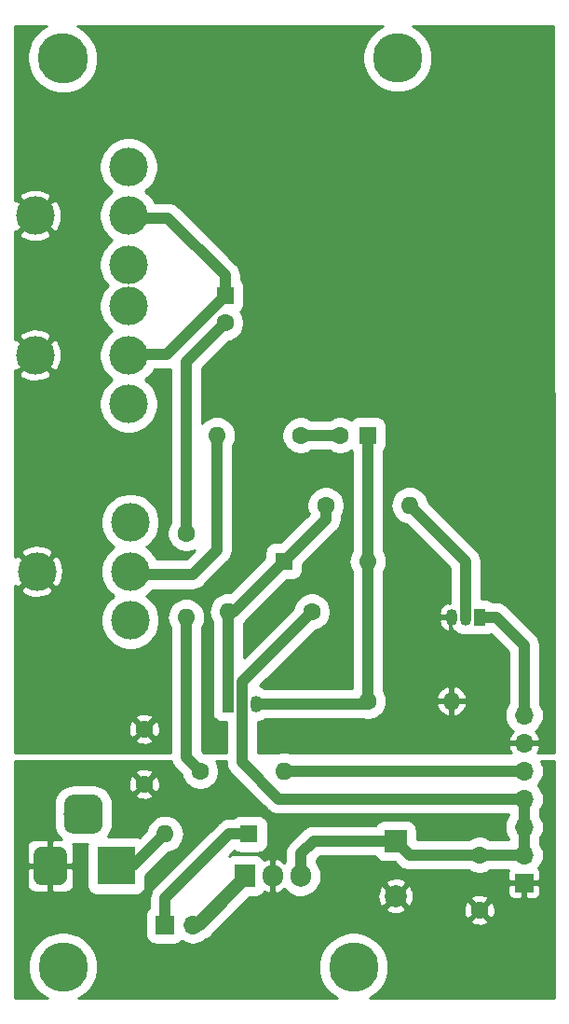
<source format=gbr>
G04 #@! TF.GenerationSoftware,KiCad,Pcbnew,(5.1.4)-1*
G04 #@! TF.CreationDate,2020-12-23T14:11:49+03:00*
G04 #@! TF.ProjectId,BlueFam,426c7565-4661-46d2-9e6b-696361645f70,rev?*
G04 #@! TF.SameCoordinates,Original*
G04 #@! TF.FileFunction,Copper,L1,Top*
G04 #@! TF.FilePolarity,Positive*
%FSLAX46Y46*%
G04 Gerber Fmt 4.6, Leading zero omitted, Abs format (unit mm)*
G04 Created by KiCad (PCBNEW (5.1.4)-1) date 2020-12-23 14:11:49*
%MOMM*%
%LPD*%
G04 APERTURE LIST*
%ADD10O,1.600000X1.600000*%
%ADD11R,1.600000X1.600000*%
%ADD12R,3.500000X3.500000*%
%ADD13C,0.100000*%
%ADD14C,3.000000*%
%ADD15C,3.500000*%
%ADD16C,1.600000*%
%ADD17R,2.000000X2.000000*%
%ADD18C,2.000000*%
%ADD19R,1.905000X2.000000*%
%ADD20O,1.905000X2.000000*%
%ADD21O,1.050000X1.500000*%
%ADD22R,1.050000X1.500000*%
%ADD23R,1.700000X1.700000*%
%ADD24O,1.700000X1.700000*%
%ADD25C,4.500000*%
%ADD26C,1.000000*%
%ADD27C,0.254000*%
G04 APERTURE END LIST*
D10*
X40005000Y-94615000D03*
D11*
X47625000Y-94615000D03*
D12*
X35560000Y-97520000D03*
D13*
G36*
X30383513Y-95773611D02*
G01*
X30456318Y-95784411D01*
X30527714Y-95802295D01*
X30597013Y-95827090D01*
X30663548Y-95858559D01*
X30726678Y-95896398D01*
X30785795Y-95940242D01*
X30840330Y-95989670D01*
X30889758Y-96044205D01*
X30933602Y-96103322D01*
X30971441Y-96166452D01*
X31002910Y-96232987D01*
X31027705Y-96302286D01*
X31045589Y-96373682D01*
X31056389Y-96446487D01*
X31060000Y-96520000D01*
X31060000Y-98520000D01*
X31056389Y-98593513D01*
X31045589Y-98666318D01*
X31027705Y-98737714D01*
X31002910Y-98807013D01*
X30971441Y-98873548D01*
X30933602Y-98936678D01*
X30889758Y-98995795D01*
X30840330Y-99050330D01*
X30785795Y-99099758D01*
X30726678Y-99143602D01*
X30663548Y-99181441D01*
X30597013Y-99212910D01*
X30527714Y-99237705D01*
X30456318Y-99255589D01*
X30383513Y-99266389D01*
X30310000Y-99270000D01*
X28810000Y-99270000D01*
X28736487Y-99266389D01*
X28663682Y-99255589D01*
X28592286Y-99237705D01*
X28522987Y-99212910D01*
X28456452Y-99181441D01*
X28393322Y-99143602D01*
X28334205Y-99099758D01*
X28279670Y-99050330D01*
X28230242Y-98995795D01*
X28186398Y-98936678D01*
X28148559Y-98873548D01*
X28117090Y-98807013D01*
X28092295Y-98737714D01*
X28074411Y-98666318D01*
X28063611Y-98593513D01*
X28060000Y-98520000D01*
X28060000Y-96520000D01*
X28063611Y-96446487D01*
X28074411Y-96373682D01*
X28092295Y-96302286D01*
X28117090Y-96232987D01*
X28148559Y-96166452D01*
X28186398Y-96103322D01*
X28230242Y-96044205D01*
X28279670Y-95989670D01*
X28334205Y-95940242D01*
X28393322Y-95896398D01*
X28456452Y-95858559D01*
X28522987Y-95827090D01*
X28592286Y-95802295D01*
X28663682Y-95784411D01*
X28736487Y-95773611D01*
X28810000Y-95770000D01*
X30310000Y-95770000D01*
X30383513Y-95773611D01*
X30383513Y-95773611D01*
G37*
D14*
X29560000Y-97520000D03*
D13*
G36*
X33520765Y-91074213D02*
G01*
X33605704Y-91086813D01*
X33688999Y-91107677D01*
X33769848Y-91136605D01*
X33847472Y-91173319D01*
X33921124Y-91217464D01*
X33990094Y-91268616D01*
X34053718Y-91326282D01*
X34111384Y-91389906D01*
X34162536Y-91458876D01*
X34206681Y-91532528D01*
X34243395Y-91610152D01*
X34272323Y-91691001D01*
X34293187Y-91774296D01*
X34305787Y-91859235D01*
X34310000Y-91945000D01*
X34310000Y-93695000D01*
X34305787Y-93780765D01*
X34293187Y-93865704D01*
X34272323Y-93948999D01*
X34243395Y-94029848D01*
X34206681Y-94107472D01*
X34162536Y-94181124D01*
X34111384Y-94250094D01*
X34053718Y-94313718D01*
X33990094Y-94371384D01*
X33921124Y-94422536D01*
X33847472Y-94466681D01*
X33769848Y-94503395D01*
X33688999Y-94532323D01*
X33605704Y-94553187D01*
X33520765Y-94565787D01*
X33435000Y-94570000D01*
X31685000Y-94570000D01*
X31599235Y-94565787D01*
X31514296Y-94553187D01*
X31431001Y-94532323D01*
X31350152Y-94503395D01*
X31272528Y-94466681D01*
X31198876Y-94422536D01*
X31129906Y-94371384D01*
X31066282Y-94313718D01*
X31008616Y-94250094D01*
X30957464Y-94181124D01*
X30913319Y-94107472D01*
X30876605Y-94029848D01*
X30847677Y-93948999D01*
X30826813Y-93865704D01*
X30814213Y-93780765D01*
X30810000Y-93695000D01*
X30810000Y-91945000D01*
X30814213Y-91859235D01*
X30826813Y-91774296D01*
X30847677Y-91691001D01*
X30876605Y-91610152D01*
X30913319Y-91532528D01*
X30957464Y-91458876D01*
X31008616Y-91389906D01*
X31066282Y-91326282D01*
X31129906Y-91268616D01*
X31198876Y-91217464D01*
X31272528Y-91173319D01*
X31350152Y-91136605D01*
X31431001Y-91107677D01*
X31514296Y-91086813D01*
X31599235Y-91074213D01*
X31685000Y-91070000D01*
X33435000Y-91070000D01*
X33520765Y-91074213D01*
X33520765Y-91074213D01*
G37*
D15*
X32560000Y-92820000D03*
D10*
X50800000Y-88900000D03*
D16*
X43180000Y-88900000D03*
D10*
X41910000Y-74930000D03*
D16*
X41910000Y-67310000D03*
D17*
X60960000Y-95250000D03*
D18*
X60960000Y-100250000D03*
D11*
X58420000Y-58420000D03*
D16*
X55920000Y-58420000D03*
X45466000Y-48220000D03*
D11*
X45466000Y-45720000D03*
D19*
X47244000Y-98425000D03*
D20*
X49784000Y-98425000D03*
X52324000Y-98425000D03*
D11*
X50800000Y-69850000D03*
D10*
X58420000Y-69850000D03*
X44704000Y-58420000D03*
D16*
X52324000Y-58420000D03*
X53340000Y-74422000D03*
D10*
X45720000Y-74422000D03*
D16*
X54610000Y-64770000D03*
D10*
X62230000Y-64770000D03*
X66040000Y-82550000D03*
D16*
X58420000Y-82550000D03*
D21*
X46990000Y-82804000D03*
X48260000Y-82804000D03*
D22*
X45720000Y-82804000D03*
X68580000Y-74930000D03*
D21*
X66040000Y-74930000D03*
X67310000Y-74930000D03*
D23*
X72644000Y-99060000D03*
D24*
X72644000Y-96520000D03*
X72644000Y-93980000D03*
X72644000Y-91440000D03*
X72644000Y-88900000D03*
X72644000Y-86360000D03*
X72644000Y-83820000D03*
D23*
X40005000Y-102870000D03*
D24*
X42545000Y-102870000D03*
D16*
X68580000Y-96520000D03*
X68580000Y-101520000D03*
X38100000Y-90090000D03*
X38100000Y-85090000D03*
D15*
X28194000Y-51154000D03*
X36684000Y-46709000D03*
X36684000Y-55599000D03*
X36684000Y-51154000D03*
X36684000Y-38488000D03*
X36684000Y-42933000D03*
X36684000Y-34043000D03*
X28194000Y-38488000D03*
X36830000Y-70790000D03*
X36830000Y-75235000D03*
X36830000Y-66345000D03*
X28340000Y-70790000D03*
D25*
X30632400Y-24130000D03*
X30734000Y-24231600D03*
X30683200Y-24155400D03*
X61129400Y-24155400D03*
X57129400Y-106705400D03*
X30708600Y-106680000D03*
D26*
X52705000Y-98377500D02*
X52705000Y-98425000D01*
X72644000Y-93980000D02*
X72644000Y-94996000D01*
X72644000Y-91440000D02*
X72644000Y-94996000D01*
X72644000Y-94996000D02*
X72644000Y-96520000D01*
X68580000Y-96520000D02*
X72644000Y-96520000D01*
X52324000Y-98425000D02*
X52324000Y-98377500D01*
X58960000Y-95250000D02*
X60960000Y-95250000D01*
X53499000Y-95250000D02*
X58960000Y-95250000D01*
X52324000Y-96425000D02*
X53499000Y-95250000D01*
X52324000Y-98425000D02*
X52324000Y-96425000D01*
X62230000Y-96520000D02*
X60960000Y-95250000D01*
X68580000Y-96520000D02*
X62230000Y-96520000D01*
X46990000Y-88110000D02*
X46990000Y-82804000D01*
X72644000Y-91440000D02*
X50320000Y-91440000D01*
X50320000Y-91440000D02*
X46990000Y-88110000D01*
X46990000Y-80772000D02*
X53340000Y-74422000D01*
X46990000Y-82804000D02*
X46990000Y-80772000D01*
X58420000Y-58420000D02*
X58420000Y-69850000D01*
X58420000Y-69850000D02*
X58420000Y-82550000D01*
X58166000Y-82804000D02*
X58420000Y-82550000D01*
X48260000Y-82804000D02*
X58166000Y-82804000D01*
X52324000Y-58420000D02*
X55920000Y-58420000D01*
X41910000Y-51776000D02*
X45466000Y-48220000D01*
X41910000Y-67310000D02*
X41910000Y-51776000D01*
X54610000Y-66040000D02*
X50800000Y-69850000D01*
X54610000Y-64770000D02*
X54610000Y-66040000D01*
X45720000Y-82804000D02*
X45720000Y-74422000D01*
X46228000Y-74422000D02*
X50800000Y-69850000D01*
X45720000Y-74422000D02*
X46228000Y-74422000D01*
X70105000Y-74930000D02*
X68580000Y-74930000D01*
X72644000Y-77469000D02*
X70105000Y-74930000D01*
X72644000Y-83820000D02*
X72644000Y-77469000D01*
X67310000Y-69850000D02*
X67310000Y-74930000D01*
X62230000Y-64770000D02*
X67310000Y-69850000D01*
X43180000Y-102870000D02*
X47625000Y-98425000D01*
X42545000Y-102870000D02*
X43180000Y-102870000D01*
X42799000Y-102870000D02*
X47244000Y-98425000D01*
X42545000Y-102870000D02*
X42799000Y-102870000D01*
X50800000Y-88900000D02*
X72644000Y-88900000D01*
X41910000Y-87630000D02*
X43180000Y-88900000D01*
X41910000Y-74930000D02*
X41910000Y-87630000D01*
X37100000Y-97520000D02*
X40005000Y-94615000D01*
X35560000Y-97520000D02*
X37100000Y-97520000D01*
X40005000Y-101020000D02*
X40005000Y-102870000D01*
X40005000Y-100435000D02*
X40005000Y-101020000D01*
X45825000Y-94615000D02*
X40005000Y-100435000D01*
X47625000Y-94615000D02*
X45825000Y-94615000D01*
X38487122Y-38688000D02*
X36684000Y-38688000D01*
X40234000Y-38688000D02*
X38487122Y-38688000D01*
X45466000Y-43920000D02*
X40234000Y-38688000D01*
X45466000Y-45720000D02*
X45466000Y-43920000D01*
X40132000Y-51054000D02*
X45466000Y-45720000D01*
X36684000Y-51054000D02*
X40132000Y-51054000D01*
X44704000Y-58420000D02*
X44704000Y-68834000D01*
X42498000Y-71040000D02*
X44704000Y-68834000D01*
X36830000Y-71040000D02*
X42498000Y-71040000D01*
D27*
G36*
X29127526Y-21314579D02*
G01*
X28607181Y-21662263D01*
X28164663Y-22104781D01*
X27816979Y-22625126D01*
X27577490Y-23203303D01*
X27455400Y-23817093D01*
X27455400Y-24442907D01*
X27577490Y-25056697D01*
X27816979Y-25634874D01*
X28164663Y-26155219D01*
X28708781Y-26699337D01*
X29229126Y-27047021D01*
X29807303Y-27286510D01*
X30421093Y-27408600D01*
X31046907Y-27408600D01*
X31660697Y-27286510D01*
X32238874Y-27047021D01*
X32759219Y-26699337D01*
X33201737Y-26256819D01*
X33549421Y-25736474D01*
X33788910Y-25158297D01*
X33911000Y-24544507D01*
X33911000Y-23918693D01*
X33788910Y-23304903D01*
X33549421Y-22726726D01*
X33498809Y-22650980D01*
X33498621Y-22650526D01*
X33150937Y-22130181D01*
X32708419Y-21687663D01*
X32188074Y-21339979D01*
X32154434Y-21326045D01*
X32137274Y-21314579D01*
X32034479Y-21272000D01*
X59788642Y-21272000D01*
X59624526Y-21339979D01*
X59104181Y-21687663D01*
X58661663Y-22130181D01*
X58313979Y-22650526D01*
X58074490Y-23228703D01*
X57952400Y-23842493D01*
X57952400Y-24468307D01*
X58074490Y-25082097D01*
X58313979Y-25660274D01*
X58661663Y-26180619D01*
X59104181Y-26623137D01*
X59624526Y-26970821D01*
X60202703Y-27210310D01*
X60816493Y-27332400D01*
X61442307Y-27332400D01*
X62056097Y-27210310D01*
X62634274Y-26970821D01*
X63154619Y-26623137D01*
X63597137Y-26180619D01*
X63944821Y-25660274D01*
X64184310Y-25082097D01*
X64306400Y-24468307D01*
X64306400Y-23842493D01*
X64184310Y-23228703D01*
X63944821Y-22650526D01*
X63597137Y-22130181D01*
X63154619Y-21687663D01*
X62634274Y-21339979D01*
X62470158Y-21272000D01*
X75299872Y-21272000D01*
X75374213Y-87249000D01*
X73824583Y-87249000D01*
X73915641Y-87126920D01*
X74040825Y-86864099D01*
X74085476Y-86716890D01*
X73964155Y-86487000D01*
X72771000Y-86487000D01*
X72771000Y-86507000D01*
X72517000Y-86507000D01*
X72517000Y-86487000D01*
X71323845Y-86487000D01*
X71202524Y-86716890D01*
X71247175Y-86864099D01*
X71372359Y-87126920D01*
X71463417Y-87249000D01*
X51306715Y-87249000D01*
X51138551Y-87197988D01*
X50884841Y-87173000D01*
X50715159Y-87173000D01*
X50461449Y-87197988D01*
X50293285Y-87249000D01*
X48417000Y-87249000D01*
X48417000Y-84472562D01*
X48544642Y-84459990D01*
X48818345Y-84376963D01*
X49070591Y-84242135D01*
X49084159Y-84231000D01*
X58018649Y-84231000D01*
X58249905Y-84277000D01*
X58590095Y-84277000D01*
X58923747Y-84210632D01*
X59238041Y-84080447D01*
X59520898Y-83891448D01*
X59761448Y-83650898D01*
X59950447Y-83368041D01*
X60080632Y-83053747D01*
X60111405Y-82899039D01*
X64648096Y-82899039D01*
X64688754Y-83033087D01*
X64808963Y-83287420D01*
X64976481Y-83513414D01*
X65184869Y-83702385D01*
X65426119Y-83847070D01*
X65690960Y-83941909D01*
X65913000Y-83820624D01*
X65913000Y-82677000D01*
X66167000Y-82677000D01*
X66167000Y-83820624D01*
X66389040Y-83941909D01*
X66653881Y-83847070D01*
X66895131Y-83702385D01*
X67103519Y-83513414D01*
X67271037Y-83287420D01*
X67391246Y-83033087D01*
X67431904Y-82899039D01*
X67309915Y-82677000D01*
X66167000Y-82677000D01*
X65913000Y-82677000D01*
X64770085Y-82677000D01*
X64648096Y-82899039D01*
X60111405Y-82899039D01*
X60147000Y-82720095D01*
X60147000Y-82379905D01*
X60111406Y-82200961D01*
X64648096Y-82200961D01*
X64770085Y-82423000D01*
X65913000Y-82423000D01*
X65913000Y-81279376D01*
X66167000Y-81279376D01*
X66167000Y-82423000D01*
X67309915Y-82423000D01*
X67431904Y-82200961D01*
X67391246Y-82066913D01*
X67271037Y-81812580D01*
X67103519Y-81586586D01*
X66895131Y-81397615D01*
X66653881Y-81252930D01*
X66389040Y-81158091D01*
X66167000Y-81279376D01*
X65913000Y-81279376D01*
X65690960Y-81158091D01*
X65426119Y-81252930D01*
X65184869Y-81397615D01*
X64976481Y-81586586D01*
X64808963Y-81812580D01*
X64688754Y-82066913D01*
X64648096Y-82200961D01*
X60111406Y-82200961D01*
X60080632Y-82046253D01*
X59950447Y-81731959D01*
X59847000Y-81577140D01*
X59847000Y-70833481D01*
X59862896Y-70814112D01*
X60023260Y-70514092D01*
X60122012Y-70188551D01*
X60155356Y-69850000D01*
X60122012Y-69511449D01*
X60023260Y-69185908D01*
X59862896Y-68885888D01*
X59847000Y-68866519D01*
X59847000Y-64770000D01*
X60494644Y-64770000D01*
X60527988Y-65108551D01*
X60626740Y-65434092D01*
X60787104Y-65734112D01*
X61002918Y-65997082D01*
X61265888Y-66212896D01*
X61565908Y-66373260D01*
X61891449Y-66472012D01*
X61916386Y-66474468D01*
X65883000Y-70441083D01*
X65883001Y-73690731D01*
X65734190Y-73586036D01*
X65672663Y-73594728D01*
X65463118Y-73687725D01*
X65275742Y-73819816D01*
X65117736Y-73985924D01*
X64995172Y-74179666D01*
X64912761Y-74393596D01*
X64873669Y-74619493D01*
X65033402Y-74803000D01*
X65858000Y-74803000D01*
X65858000Y-75057000D01*
X65033402Y-75057000D01*
X64873669Y-75240507D01*
X64912761Y-75466404D01*
X64995172Y-75680334D01*
X65117736Y-75874076D01*
X65275742Y-76040184D01*
X65463118Y-76172275D01*
X65672663Y-76265272D01*
X65734190Y-76273964D01*
X65913000Y-76148163D01*
X65913000Y-75551691D01*
X65962037Y-75713344D01*
X66096865Y-75965590D01*
X66167000Y-76051049D01*
X66167000Y-76148163D01*
X66345810Y-76273964D01*
X66378957Y-76269281D01*
X66499409Y-76368135D01*
X66751655Y-76502963D01*
X67025358Y-76585990D01*
X67310000Y-76614025D01*
X67594641Y-76585990D01*
X67721437Y-76547527D01*
X67873276Y-76593587D01*
X68055000Y-76611485D01*
X69105000Y-76611485D01*
X69286724Y-76593587D01*
X69461464Y-76540580D01*
X69615281Y-76458363D01*
X71217001Y-78060083D01*
X71217000Y-82757704D01*
X71159330Y-82827975D01*
X70994323Y-83136681D01*
X70892712Y-83471647D01*
X70858402Y-83820000D01*
X70892712Y-84168353D01*
X70994323Y-84503319D01*
X71159330Y-84812025D01*
X71381392Y-85082608D01*
X71628694Y-85285564D01*
X71546412Y-85359731D01*
X71372359Y-85593080D01*
X71247175Y-85855901D01*
X71202524Y-86003110D01*
X71323845Y-86233000D01*
X72517000Y-86233000D01*
X72517000Y-86213000D01*
X72771000Y-86213000D01*
X72771000Y-86233000D01*
X73964155Y-86233000D01*
X74085476Y-86003110D01*
X74040825Y-85855901D01*
X73915641Y-85593080D01*
X73741588Y-85359731D01*
X73659306Y-85285564D01*
X73906608Y-85082608D01*
X74128670Y-84812025D01*
X74293677Y-84503319D01*
X74395288Y-84168353D01*
X74429598Y-83820000D01*
X74395288Y-83471647D01*
X74293677Y-83136681D01*
X74128670Y-82827975D01*
X74071000Y-82757704D01*
X74071000Y-77539087D01*
X74077903Y-77468999D01*
X74071000Y-77398911D01*
X74071000Y-77398902D01*
X74050352Y-77189259D01*
X73968755Y-76920269D01*
X73836248Y-76672366D01*
X73657923Y-76455077D01*
X73603472Y-76410390D01*
X71163610Y-73970528D01*
X71118923Y-73916077D01*
X70901634Y-73737752D01*
X70653731Y-73605245D01*
X70384741Y-73523648D01*
X70175098Y-73503000D01*
X70175088Y-73503000D01*
X70105000Y-73496097D01*
X70034912Y-73503000D01*
X69741310Y-73503000D01*
X69622505Y-73405499D01*
X69461464Y-73319420D01*
X69286724Y-73266413D01*
X69105000Y-73248515D01*
X68737000Y-73248515D01*
X68737000Y-69920090D01*
X68743903Y-69850000D01*
X68737000Y-69779910D01*
X68737000Y-69779902D01*
X68716352Y-69570259D01*
X68634755Y-69301269D01*
X68502248Y-69053366D01*
X68476506Y-69022000D01*
X68368608Y-68890525D01*
X68368601Y-68890518D01*
X68323922Y-68836077D01*
X68269483Y-68791400D01*
X63934468Y-64456386D01*
X63932012Y-64431449D01*
X63833260Y-64105908D01*
X63672896Y-63805888D01*
X63457082Y-63542918D01*
X63194112Y-63327104D01*
X62894092Y-63166740D01*
X62568551Y-63067988D01*
X62314841Y-63043000D01*
X62145159Y-63043000D01*
X61891449Y-63067988D01*
X61565908Y-63166740D01*
X61265888Y-63327104D01*
X61002918Y-63542918D01*
X60787104Y-63805888D01*
X60626740Y-64105908D01*
X60527988Y-64431449D01*
X60494644Y-64770000D01*
X59847000Y-64770000D01*
X59847000Y-59904641D01*
X59878659Y-59878659D01*
X59994501Y-59737505D01*
X60080580Y-59576464D01*
X60133587Y-59401724D01*
X60151485Y-59220000D01*
X60151485Y-57620000D01*
X60133587Y-57438276D01*
X60080580Y-57263536D01*
X59994501Y-57102495D01*
X59878659Y-56961341D01*
X59737505Y-56845499D01*
X59576464Y-56759420D01*
X59401724Y-56706413D01*
X59220000Y-56688515D01*
X57620000Y-56688515D01*
X57438276Y-56706413D01*
X57263536Y-56759420D01*
X57102495Y-56845499D01*
X56961341Y-56961341D01*
X56920308Y-57011340D01*
X56738041Y-56889553D01*
X56423747Y-56759368D01*
X56090095Y-56693000D01*
X55749905Y-56693000D01*
X55416253Y-56759368D01*
X55101959Y-56889553D01*
X54947140Y-56993000D01*
X53296860Y-56993000D01*
X53142041Y-56889553D01*
X52827747Y-56759368D01*
X52494095Y-56693000D01*
X52153905Y-56693000D01*
X51820253Y-56759368D01*
X51505959Y-56889553D01*
X51223102Y-57078552D01*
X50982552Y-57319102D01*
X50793553Y-57601959D01*
X50663368Y-57916253D01*
X50597000Y-58249905D01*
X50597000Y-58590095D01*
X50663368Y-58923747D01*
X50793553Y-59238041D01*
X50982552Y-59520898D01*
X51223102Y-59761448D01*
X51505959Y-59950447D01*
X51820253Y-60080632D01*
X52153905Y-60147000D01*
X52494095Y-60147000D01*
X52827747Y-60080632D01*
X53142041Y-59950447D01*
X53296860Y-59847000D01*
X54947140Y-59847000D01*
X55101959Y-59950447D01*
X55416253Y-60080632D01*
X55749905Y-60147000D01*
X56090095Y-60147000D01*
X56423747Y-60080632D01*
X56738041Y-59950447D01*
X56920308Y-59828660D01*
X56961341Y-59878659D01*
X56993000Y-59904641D01*
X56993001Y-68866518D01*
X56977104Y-68885888D01*
X56816740Y-69185908D01*
X56717988Y-69511449D01*
X56684644Y-69850000D01*
X56717988Y-70188551D01*
X56816740Y-70514092D01*
X56977104Y-70814112D01*
X56993000Y-70833481D01*
X56993001Y-81377000D01*
X49084158Y-81377000D01*
X49070590Y-81365865D01*
X48818344Y-81231037D01*
X48611723Y-81168359D01*
X53661125Y-76118958D01*
X53843747Y-76082632D01*
X54158041Y-75952447D01*
X54440898Y-75763448D01*
X54681448Y-75522898D01*
X54870447Y-75240041D01*
X55000632Y-74925747D01*
X55067000Y-74592095D01*
X55067000Y-74251905D01*
X55000632Y-73918253D01*
X54870447Y-73603959D01*
X54681448Y-73321102D01*
X54440898Y-73080552D01*
X54158041Y-72891553D01*
X53843747Y-72761368D01*
X53510095Y-72695000D01*
X53169905Y-72695000D01*
X52836253Y-72761368D01*
X52521959Y-72891553D01*
X52239102Y-73080552D01*
X51998552Y-73321102D01*
X51809553Y-73603959D01*
X51679368Y-73918253D01*
X51643042Y-74100875D01*
X47147000Y-78596918D01*
X47147000Y-75513825D01*
X47241923Y-75435923D01*
X47286610Y-75381472D01*
X51086597Y-71581485D01*
X51600000Y-71581485D01*
X51781724Y-71563587D01*
X51956464Y-71510580D01*
X52117505Y-71424501D01*
X52258659Y-71308659D01*
X52374501Y-71167505D01*
X52460580Y-71006464D01*
X52513587Y-70831724D01*
X52531485Y-70650000D01*
X52531485Y-70136597D01*
X55569478Y-67098605D01*
X55623923Y-67053923D01*
X55668605Y-66999478D01*
X55668608Y-66999475D01*
X55802248Y-66836635D01*
X55873074Y-66704128D01*
X55934755Y-66588731D01*
X56016352Y-66319741D01*
X56037000Y-66110098D01*
X56037000Y-66110090D01*
X56043903Y-66040000D01*
X56037000Y-65969910D01*
X56037000Y-65742860D01*
X56140447Y-65588041D01*
X56270632Y-65273747D01*
X56337000Y-64940095D01*
X56337000Y-64599905D01*
X56270632Y-64266253D01*
X56140447Y-63951959D01*
X55951448Y-63669102D01*
X55710898Y-63428552D01*
X55428041Y-63239553D01*
X55113747Y-63109368D01*
X54780095Y-63043000D01*
X54439905Y-63043000D01*
X54106253Y-63109368D01*
X53791959Y-63239553D01*
X53509102Y-63428552D01*
X53268552Y-63669102D01*
X53079553Y-63951959D01*
X52949368Y-64266253D01*
X52883000Y-64599905D01*
X52883000Y-64940095D01*
X52949368Y-65273747D01*
X53069103Y-65562814D01*
X50513403Y-68118515D01*
X50000000Y-68118515D01*
X49818276Y-68136413D01*
X49643536Y-68189420D01*
X49482495Y-68275499D01*
X49341341Y-68391341D01*
X49225499Y-68532495D01*
X49139420Y-68693536D01*
X49086413Y-68868276D01*
X49068515Y-69050000D01*
X49068515Y-69563403D01*
X45925076Y-72706842D01*
X45804841Y-72695000D01*
X45635159Y-72695000D01*
X45381449Y-72719988D01*
X45055908Y-72818740D01*
X44755888Y-72979104D01*
X44492918Y-73194918D01*
X44277104Y-73457888D01*
X44116740Y-73757908D01*
X44017988Y-74083449D01*
X43984644Y-74422000D01*
X44017988Y-74760551D01*
X44116740Y-75086092D01*
X44277104Y-75386112D01*
X44293001Y-75405482D01*
X44293000Y-81834079D01*
X44281413Y-81872276D01*
X44263515Y-82054000D01*
X44263515Y-83554000D01*
X44281413Y-83735724D01*
X44334420Y-83910464D01*
X44420499Y-84071505D01*
X44536341Y-84212659D01*
X44677495Y-84328501D01*
X44838536Y-84414580D01*
X45013276Y-84467587D01*
X45195000Y-84485485D01*
X45563001Y-84485485D01*
X45563000Y-87249000D01*
X43707001Y-87249000D01*
X43683747Y-87239368D01*
X43501124Y-87203042D01*
X43337000Y-87038918D01*
X43337000Y-75913481D01*
X43352896Y-75894112D01*
X43513260Y-75594092D01*
X43612012Y-75268551D01*
X43645356Y-74930000D01*
X43612012Y-74591449D01*
X43513260Y-74265908D01*
X43352896Y-73965888D01*
X43137082Y-73702918D01*
X42874112Y-73487104D01*
X42574092Y-73326740D01*
X42248551Y-73227988D01*
X41994841Y-73203000D01*
X41825159Y-73203000D01*
X41571449Y-73227988D01*
X41245908Y-73326740D01*
X40945888Y-73487104D01*
X40682918Y-73702918D01*
X40467104Y-73965888D01*
X40306740Y-74265908D01*
X40207988Y-74591449D01*
X40174644Y-74930000D01*
X40207988Y-75268551D01*
X40306740Y-75594092D01*
X40467104Y-75894112D01*
X40483000Y-75913481D01*
X40483001Y-87249000D01*
X26352000Y-87249000D01*
X26352000Y-86082702D01*
X37286903Y-86082702D01*
X37358486Y-86326671D01*
X37613996Y-86447571D01*
X37888184Y-86516300D01*
X38170512Y-86530217D01*
X38450130Y-86488787D01*
X38716292Y-86393603D01*
X38841514Y-86326671D01*
X38913097Y-86082702D01*
X38100000Y-85269605D01*
X37286903Y-86082702D01*
X26352000Y-86082702D01*
X26352000Y-85160512D01*
X36659783Y-85160512D01*
X36701213Y-85440130D01*
X36796397Y-85706292D01*
X36863329Y-85831514D01*
X37107298Y-85903097D01*
X37920395Y-85090000D01*
X38279605Y-85090000D01*
X39092702Y-85903097D01*
X39336671Y-85831514D01*
X39457571Y-85576004D01*
X39526300Y-85301816D01*
X39540217Y-85019488D01*
X39498787Y-84739870D01*
X39403603Y-84473708D01*
X39336671Y-84348486D01*
X39092702Y-84276903D01*
X38279605Y-85090000D01*
X37920395Y-85090000D01*
X37107298Y-84276903D01*
X36863329Y-84348486D01*
X36742429Y-84603996D01*
X36673700Y-84878184D01*
X36659783Y-85160512D01*
X26352000Y-85160512D01*
X26352000Y-84097298D01*
X37286903Y-84097298D01*
X38100000Y-84910395D01*
X38913097Y-84097298D01*
X38841514Y-83853329D01*
X38586004Y-83732429D01*
X38311816Y-83663700D01*
X38029488Y-83649783D01*
X37749870Y-83691213D01*
X37483708Y-83786397D01*
X37358486Y-83853329D01*
X37286903Y-84097298D01*
X26352000Y-84097298D01*
X26352000Y-72459609D01*
X26849997Y-72459609D01*
X27036073Y-72800766D01*
X27453409Y-73016513D01*
X27904815Y-73146696D01*
X28372946Y-73186313D01*
X28839811Y-73133842D01*
X29287468Y-72991297D01*
X29643927Y-72800766D01*
X29830003Y-72459609D01*
X28340000Y-70969605D01*
X26849997Y-72459609D01*
X26352000Y-72459609D01*
X26352000Y-72106344D01*
X26670391Y-72280003D01*
X28160395Y-70790000D01*
X28519605Y-70790000D01*
X30009609Y-72280003D01*
X30350766Y-72093927D01*
X30566513Y-71676591D01*
X30696696Y-71225185D01*
X30736313Y-70757054D01*
X30683842Y-70290189D01*
X30541297Y-69842532D01*
X30350766Y-69486073D01*
X30009609Y-69299997D01*
X28519605Y-70790000D01*
X28160395Y-70790000D01*
X26670391Y-69299997D01*
X26352000Y-69473656D01*
X26352000Y-69120391D01*
X26849997Y-69120391D01*
X28340000Y-70610395D01*
X29830003Y-69120391D01*
X29643927Y-68779234D01*
X29226591Y-68563487D01*
X28775185Y-68433304D01*
X28307054Y-68393687D01*
X27840189Y-68446158D01*
X27392532Y-68588703D01*
X27036073Y-68779234D01*
X26849997Y-69120391D01*
X26352000Y-69120391D01*
X26352000Y-52823609D01*
X26703997Y-52823609D01*
X26890073Y-53164766D01*
X27307409Y-53380513D01*
X27758815Y-53510696D01*
X28226946Y-53550313D01*
X28693811Y-53497842D01*
X29141468Y-53355297D01*
X29497927Y-53164766D01*
X29684003Y-52823609D01*
X28194000Y-51333605D01*
X26703997Y-52823609D01*
X26352000Y-52823609D01*
X26352000Y-52549976D01*
X26524391Y-52644003D01*
X28014395Y-51154000D01*
X28373605Y-51154000D01*
X29863609Y-52644003D01*
X30204766Y-52457927D01*
X30420513Y-52040591D01*
X30550696Y-51589185D01*
X30590313Y-51121054D01*
X30537842Y-50654189D01*
X30395297Y-50206532D01*
X30204766Y-49850073D01*
X29863609Y-49663997D01*
X28373605Y-51154000D01*
X28014395Y-51154000D01*
X26524391Y-49663997D01*
X26352000Y-49758024D01*
X26352000Y-49484391D01*
X26703997Y-49484391D01*
X28194000Y-50974395D01*
X29684003Y-49484391D01*
X29497927Y-49143234D01*
X29080591Y-48927487D01*
X28629185Y-48797304D01*
X28161054Y-48757687D01*
X27694189Y-48810158D01*
X27246532Y-48952703D01*
X26890073Y-49143234D01*
X26703997Y-49484391D01*
X26352000Y-49484391D01*
X26352000Y-40157609D01*
X26703997Y-40157609D01*
X26890073Y-40498766D01*
X27307409Y-40714513D01*
X27758815Y-40844696D01*
X28226946Y-40884313D01*
X28693811Y-40831842D01*
X29141468Y-40689297D01*
X29497927Y-40498766D01*
X29684003Y-40157609D01*
X28194000Y-38667605D01*
X26703997Y-40157609D01*
X26352000Y-40157609D01*
X26352000Y-39883976D01*
X26524391Y-39978003D01*
X28014395Y-38488000D01*
X28373605Y-38488000D01*
X29863609Y-39978003D01*
X30204766Y-39791927D01*
X30420513Y-39374591D01*
X30550696Y-38923185D01*
X30590313Y-38455054D01*
X30537842Y-37988189D01*
X30395297Y-37540532D01*
X30204766Y-37184073D01*
X29863609Y-36997997D01*
X28373605Y-38488000D01*
X28014395Y-38488000D01*
X26524391Y-36997997D01*
X26352000Y-37092024D01*
X26352000Y-36818391D01*
X26703997Y-36818391D01*
X28194000Y-38308395D01*
X29684003Y-36818391D01*
X29497927Y-36477234D01*
X29080591Y-36261487D01*
X28629185Y-36131304D01*
X28161054Y-36091687D01*
X27694189Y-36144158D01*
X27246532Y-36286703D01*
X26890073Y-36477234D01*
X26703997Y-36818391D01*
X26352000Y-36818391D01*
X26352000Y-33779338D01*
X34007000Y-33779338D01*
X34007000Y-34306662D01*
X34109875Y-34823852D01*
X34311673Y-35311035D01*
X34604638Y-35749488D01*
X34977512Y-36122362D01*
X35191733Y-36265500D01*
X34977512Y-36408638D01*
X34604638Y-36781512D01*
X34311673Y-37219965D01*
X34109875Y-37707148D01*
X34007000Y-38224338D01*
X34007000Y-38751662D01*
X34109875Y-39268852D01*
X34311673Y-39756035D01*
X34604638Y-40194488D01*
X34977512Y-40567362D01*
X35191733Y-40710500D01*
X34977512Y-40853638D01*
X34604638Y-41226512D01*
X34311673Y-41664965D01*
X34109875Y-42152148D01*
X34007000Y-42669338D01*
X34007000Y-43196662D01*
X34109875Y-43713852D01*
X34311673Y-44201035D01*
X34604638Y-44639488D01*
X34786150Y-44821000D01*
X34604638Y-45002512D01*
X34311673Y-45440965D01*
X34109875Y-45928148D01*
X34007000Y-46445338D01*
X34007000Y-46972662D01*
X34109875Y-47489852D01*
X34311673Y-47977035D01*
X34604638Y-48415488D01*
X34977512Y-48788362D01*
X35191733Y-48931500D01*
X34977512Y-49074638D01*
X34604638Y-49447512D01*
X34311673Y-49885965D01*
X34109875Y-50373148D01*
X34007000Y-50890338D01*
X34007000Y-51417662D01*
X34109875Y-51934852D01*
X34311673Y-52422035D01*
X34604638Y-52860488D01*
X34977512Y-53233362D01*
X35191733Y-53376500D01*
X34977512Y-53519638D01*
X34604638Y-53892512D01*
X34311673Y-54330965D01*
X34109875Y-54818148D01*
X34007000Y-55335338D01*
X34007000Y-55862662D01*
X34109875Y-56379852D01*
X34311673Y-56867035D01*
X34604638Y-57305488D01*
X34977512Y-57678362D01*
X35415965Y-57971327D01*
X35903148Y-58173125D01*
X36420338Y-58276000D01*
X36947662Y-58276000D01*
X37464852Y-58173125D01*
X37952035Y-57971327D01*
X38390488Y-57678362D01*
X38763362Y-57305488D01*
X39056327Y-56867035D01*
X39258125Y-56379852D01*
X39361000Y-55862662D01*
X39361000Y-55335338D01*
X39258125Y-54818148D01*
X39056327Y-54330965D01*
X38763362Y-53892512D01*
X38390488Y-53519638D01*
X38176267Y-53376500D01*
X38390488Y-53233362D01*
X38763362Y-52860488D01*
X39016928Y-52481000D01*
X40061912Y-52481000D01*
X40132000Y-52487903D01*
X40202088Y-52481000D01*
X40202098Y-52481000D01*
X40411741Y-52460352D01*
X40483001Y-52438736D01*
X40483000Y-66337140D01*
X40379553Y-66491959D01*
X40249368Y-66806253D01*
X40183000Y-67139905D01*
X40183000Y-67480095D01*
X40249368Y-67813747D01*
X40379553Y-68128041D01*
X40568552Y-68410898D01*
X40809102Y-68651448D01*
X41091959Y-68840447D01*
X41406253Y-68970632D01*
X41739905Y-69037000D01*
X42080095Y-69037000D01*
X42413747Y-68970632D01*
X42645126Y-68874792D01*
X41906918Y-69613000D01*
X39240035Y-69613000D01*
X39202327Y-69521965D01*
X38909362Y-69083512D01*
X38536488Y-68710638D01*
X38322267Y-68567500D01*
X38536488Y-68424362D01*
X38909362Y-68051488D01*
X39202327Y-67613035D01*
X39404125Y-67125852D01*
X39507000Y-66608662D01*
X39507000Y-66081338D01*
X39404125Y-65564148D01*
X39202327Y-65076965D01*
X38909362Y-64638512D01*
X38536488Y-64265638D01*
X38098035Y-63972673D01*
X37610852Y-63770875D01*
X37093662Y-63668000D01*
X36566338Y-63668000D01*
X36049148Y-63770875D01*
X35561965Y-63972673D01*
X35123512Y-64265638D01*
X34750638Y-64638512D01*
X34457673Y-65076965D01*
X34255875Y-65564148D01*
X34153000Y-66081338D01*
X34153000Y-66608662D01*
X34255875Y-67125852D01*
X34457673Y-67613035D01*
X34750638Y-68051488D01*
X35123512Y-68424362D01*
X35337733Y-68567500D01*
X35123512Y-68710638D01*
X34750638Y-69083512D01*
X34457673Y-69521965D01*
X34255875Y-70009148D01*
X34153000Y-70526338D01*
X34153000Y-71053662D01*
X34255875Y-71570852D01*
X34457673Y-72058035D01*
X34750638Y-72496488D01*
X35123512Y-72869362D01*
X35337733Y-73012500D01*
X35123512Y-73155638D01*
X34750638Y-73528512D01*
X34457673Y-73966965D01*
X34255875Y-74454148D01*
X34153000Y-74971338D01*
X34153000Y-75498662D01*
X34255875Y-76015852D01*
X34457673Y-76503035D01*
X34750638Y-76941488D01*
X35123512Y-77314362D01*
X35561965Y-77607327D01*
X36049148Y-77809125D01*
X36566338Y-77912000D01*
X37093662Y-77912000D01*
X37610852Y-77809125D01*
X38098035Y-77607327D01*
X38536488Y-77314362D01*
X38909362Y-76941488D01*
X39202327Y-76503035D01*
X39404125Y-76015852D01*
X39507000Y-75498662D01*
X39507000Y-74971338D01*
X39404125Y-74454148D01*
X39202327Y-73966965D01*
X38909362Y-73528512D01*
X38536488Y-73155638D01*
X38322267Y-73012500D01*
X38536488Y-72869362D01*
X38909362Y-72496488D01*
X38929065Y-72467000D01*
X42427912Y-72467000D01*
X42498000Y-72473903D01*
X42568088Y-72467000D01*
X42568098Y-72467000D01*
X42777741Y-72446352D01*
X43046731Y-72364755D01*
X43294634Y-72232248D01*
X43511923Y-72053923D01*
X43556609Y-71999473D01*
X45663478Y-69892605D01*
X45717923Y-69847923D01*
X45762605Y-69793478D01*
X45762608Y-69793475D01*
X45896247Y-69630635D01*
X45896248Y-69630634D01*
X46028755Y-69382731D01*
X46110352Y-69113741D01*
X46131000Y-68904098D01*
X46131000Y-68904089D01*
X46137903Y-68834001D01*
X46131000Y-68763913D01*
X46131000Y-59403481D01*
X46146896Y-59384112D01*
X46307260Y-59084092D01*
X46406012Y-58758551D01*
X46439356Y-58420000D01*
X46406012Y-58081449D01*
X46307260Y-57755908D01*
X46146896Y-57455888D01*
X45931082Y-57192918D01*
X45668112Y-56977104D01*
X45368092Y-56816740D01*
X45042551Y-56717988D01*
X44788841Y-56693000D01*
X44619159Y-56693000D01*
X44365449Y-56717988D01*
X44039908Y-56816740D01*
X43739888Y-56977104D01*
X43476918Y-57192918D01*
X43337000Y-57363408D01*
X43337000Y-52367082D01*
X45787124Y-49916958D01*
X45969747Y-49880632D01*
X46284041Y-49750447D01*
X46566898Y-49561448D01*
X46807448Y-49320898D01*
X46996447Y-49038041D01*
X47126632Y-48723747D01*
X47193000Y-48390095D01*
X47193000Y-48049905D01*
X47126632Y-47716253D01*
X46996447Y-47401959D01*
X46874660Y-47219692D01*
X46924659Y-47178659D01*
X47040501Y-47037505D01*
X47126580Y-46876464D01*
X47179587Y-46701724D01*
X47197485Y-46520000D01*
X47197485Y-44920000D01*
X47179587Y-44738276D01*
X47126580Y-44563536D01*
X47040501Y-44402495D01*
X46924659Y-44261341D01*
X46893000Y-44235359D01*
X46893000Y-43990087D01*
X46899903Y-43919999D01*
X46893000Y-43849911D01*
X46893000Y-43849902D01*
X46872352Y-43640259D01*
X46790755Y-43371269D01*
X46658248Y-43123366D01*
X46479923Y-42906077D01*
X46425472Y-42861390D01*
X41292610Y-37728528D01*
X41247923Y-37674077D01*
X41030634Y-37495752D01*
X40782731Y-37363245D01*
X40513741Y-37281648D01*
X40304098Y-37261000D01*
X40304088Y-37261000D01*
X40234000Y-37254097D01*
X40163912Y-37261000D01*
X39073324Y-37261000D01*
X39056327Y-37219965D01*
X38763362Y-36781512D01*
X38390488Y-36408638D01*
X38176267Y-36265500D01*
X38390488Y-36122362D01*
X38763362Y-35749488D01*
X39056327Y-35311035D01*
X39258125Y-34823852D01*
X39361000Y-34306662D01*
X39361000Y-33779338D01*
X39258125Y-33262148D01*
X39056327Y-32774965D01*
X38763362Y-32336512D01*
X38390488Y-31963638D01*
X37952035Y-31670673D01*
X37464852Y-31468875D01*
X36947662Y-31366000D01*
X36420338Y-31366000D01*
X35903148Y-31468875D01*
X35415965Y-31670673D01*
X34977512Y-31963638D01*
X34604638Y-32336512D01*
X34311673Y-32774965D01*
X34109875Y-33262148D01*
X34007000Y-33779338D01*
X26352000Y-33779338D01*
X26352000Y-21272000D01*
X29230321Y-21272000D01*
X29127526Y-21314579D01*
X29127526Y-21314579D01*
G37*
X29127526Y-21314579D02*
X28607181Y-21662263D01*
X28164663Y-22104781D01*
X27816979Y-22625126D01*
X27577490Y-23203303D01*
X27455400Y-23817093D01*
X27455400Y-24442907D01*
X27577490Y-25056697D01*
X27816979Y-25634874D01*
X28164663Y-26155219D01*
X28708781Y-26699337D01*
X29229126Y-27047021D01*
X29807303Y-27286510D01*
X30421093Y-27408600D01*
X31046907Y-27408600D01*
X31660697Y-27286510D01*
X32238874Y-27047021D01*
X32759219Y-26699337D01*
X33201737Y-26256819D01*
X33549421Y-25736474D01*
X33788910Y-25158297D01*
X33911000Y-24544507D01*
X33911000Y-23918693D01*
X33788910Y-23304903D01*
X33549421Y-22726726D01*
X33498809Y-22650980D01*
X33498621Y-22650526D01*
X33150937Y-22130181D01*
X32708419Y-21687663D01*
X32188074Y-21339979D01*
X32154434Y-21326045D01*
X32137274Y-21314579D01*
X32034479Y-21272000D01*
X59788642Y-21272000D01*
X59624526Y-21339979D01*
X59104181Y-21687663D01*
X58661663Y-22130181D01*
X58313979Y-22650526D01*
X58074490Y-23228703D01*
X57952400Y-23842493D01*
X57952400Y-24468307D01*
X58074490Y-25082097D01*
X58313979Y-25660274D01*
X58661663Y-26180619D01*
X59104181Y-26623137D01*
X59624526Y-26970821D01*
X60202703Y-27210310D01*
X60816493Y-27332400D01*
X61442307Y-27332400D01*
X62056097Y-27210310D01*
X62634274Y-26970821D01*
X63154619Y-26623137D01*
X63597137Y-26180619D01*
X63944821Y-25660274D01*
X64184310Y-25082097D01*
X64306400Y-24468307D01*
X64306400Y-23842493D01*
X64184310Y-23228703D01*
X63944821Y-22650526D01*
X63597137Y-22130181D01*
X63154619Y-21687663D01*
X62634274Y-21339979D01*
X62470158Y-21272000D01*
X75299872Y-21272000D01*
X75374213Y-87249000D01*
X73824583Y-87249000D01*
X73915641Y-87126920D01*
X74040825Y-86864099D01*
X74085476Y-86716890D01*
X73964155Y-86487000D01*
X72771000Y-86487000D01*
X72771000Y-86507000D01*
X72517000Y-86507000D01*
X72517000Y-86487000D01*
X71323845Y-86487000D01*
X71202524Y-86716890D01*
X71247175Y-86864099D01*
X71372359Y-87126920D01*
X71463417Y-87249000D01*
X51306715Y-87249000D01*
X51138551Y-87197988D01*
X50884841Y-87173000D01*
X50715159Y-87173000D01*
X50461449Y-87197988D01*
X50293285Y-87249000D01*
X48417000Y-87249000D01*
X48417000Y-84472562D01*
X48544642Y-84459990D01*
X48818345Y-84376963D01*
X49070591Y-84242135D01*
X49084159Y-84231000D01*
X58018649Y-84231000D01*
X58249905Y-84277000D01*
X58590095Y-84277000D01*
X58923747Y-84210632D01*
X59238041Y-84080447D01*
X59520898Y-83891448D01*
X59761448Y-83650898D01*
X59950447Y-83368041D01*
X60080632Y-83053747D01*
X60111405Y-82899039D01*
X64648096Y-82899039D01*
X64688754Y-83033087D01*
X64808963Y-83287420D01*
X64976481Y-83513414D01*
X65184869Y-83702385D01*
X65426119Y-83847070D01*
X65690960Y-83941909D01*
X65913000Y-83820624D01*
X65913000Y-82677000D01*
X66167000Y-82677000D01*
X66167000Y-83820624D01*
X66389040Y-83941909D01*
X66653881Y-83847070D01*
X66895131Y-83702385D01*
X67103519Y-83513414D01*
X67271037Y-83287420D01*
X67391246Y-83033087D01*
X67431904Y-82899039D01*
X67309915Y-82677000D01*
X66167000Y-82677000D01*
X65913000Y-82677000D01*
X64770085Y-82677000D01*
X64648096Y-82899039D01*
X60111405Y-82899039D01*
X60147000Y-82720095D01*
X60147000Y-82379905D01*
X60111406Y-82200961D01*
X64648096Y-82200961D01*
X64770085Y-82423000D01*
X65913000Y-82423000D01*
X65913000Y-81279376D01*
X66167000Y-81279376D01*
X66167000Y-82423000D01*
X67309915Y-82423000D01*
X67431904Y-82200961D01*
X67391246Y-82066913D01*
X67271037Y-81812580D01*
X67103519Y-81586586D01*
X66895131Y-81397615D01*
X66653881Y-81252930D01*
X66389040Y-81158091D01*
X66167000Y-81279376D01*
X65913000Y-81279376D01*
X65690960Y-81158091D01*
X65426119Y-81252930D01*
X65184869Y-81397615D01*
X64976481Y-81586586D01*
X64808963Y-81812580D01*
X64688754Y-82066913D01*
X64648096Y-82200961D01*
X60111406Y-82200961D01*
X60080632Y-82046253D01*
X59950447Y-81731959D01*
X59847000Y-81577140D01*
X59847000Y-70833481D01*
X59862896Y-70814112D01*
X60023260Y-70514092D01*
X60122012Y-70188551D01*
X60155356Y-69850000D01*
X60122012Y-69511449D01*
X60023260Y-69185908D01*
X59862896Y-68885888D01*
X59847000Y-68866519D01*
X59847000Y-64770000D01*
X60494644Y-64770000D01*
X60527988Y-65108551D01*
X60626740Y-65434092D01*
X60787104Y-65734112D01*
X61002918Y-65997082D01*
X61265888Y-66212896D01*
X61565908Y-66373260D01*
X61891449Y-66472012D01*
X61916386Y-66474468D01*
X65883000Y-70441083D01*
X65883001Y-73690731D01*
X65734190Y-73586036D01*
X65672663Y-73594728D01*
X65463118Y-73687725D01*
X65275742Y-73819816D01*
X65117736Y-73985924D01*
X64995172Y-74179666D01*
X64912761Y-74393596D01*
X64873669Y-74619493D01*
X65033402Y-74803000D01*
X65858000Y-74803000D01*
X65858000Y-75057000D01*
X65033402Y-75057000D01*
X64873669Y-75240507D01*
X64912761Y-75466404D01*
X64995172Y-75680334D01*
X65117736Y-75874076D01*
X65275742Y-76040184D01*
X65463118Y-76172275D01*
X65672663Y-76265272D01*
X65734190Y-76273964D01*
X65913000Y-76148163D01*
X65913000Y-75551691D01*
X65962037Y-75713344D01*
X66096865Y-75965590D01*
X66167000Y-76051049D01*
X66167000Y-76148163D01*
X66345810Y-76273964D01*
X66378957Y-76269281D01*
X66499409Y-76368135D01*
X66751655Y-76502963D01*
X67025358Y-76585990D01*
X67310000Y-76614025D01*
X67594641Y-76585990D01*
X67721437Y-76547527D01*
X67873276Y-76593587D01*
X68055000Y-76611485D01*
X69105000Y-76611485D01*
X69286724Y-76593587D01*
X69461464Y-76540580D01*
X69615281Y-76458363D01*
X71217001Y-78060083D01*
X71217000Y-82757704D01*
X71159330Y-82827975D01*
X70994323Y-83136681D01*
X70892712Y-83471647D01*
X70858402Y-83820000D01*
X70892712Y-84168353D01*
X70994323Y-84503319D01*
X71159330Y-84812025D01*
X71381392Y-85082608D01*
X71628694Y-85285564D01*
X71546412Y-85359731D01*
X71372359Y-85593080D01*
X71247175Y-85855901D01*
X71202524Y-86003110D01*
X71323845Y-86233000D01*
X72517000Y-86233000D01*
X72517000Y-86213000D01*
X72771000Y-86213000D01*
X72771000Y-86233000D01*
X73964155Y-86233000D01*
X74085476Y-86003110D01*
X74040825Y-85855901D01*
X73915641Y-85593080D01*
X73741588Y-85359731D01*
X73659306Y-85285564D01*
X73906608Y-85082608D01*
X74128670Y-84812025D01*
X74293677Y-84503319D01*
X74395288Y-84168353D01*
X74429598Y-83820000D01*
X74395288Y-83471647D01*
X74293677Y-83136681D01*
X74128670Y-82827975D01*
X74071000Y-82757704D01*
X74071000Y-77539087D01*
X74077903Y-77468999D01*
X74071000Y-77398911D01*
X74071000Y-77398902D01*
X74050352Y-77189259D01*
X73968755Y-76920269D01*
X73836248Y-76672366D01*
X73657923Y-76455077D01*
X73603472Y-76410390D01*
X71163610Y-73970528D01*
X71118923Y-73916077D01*
X70901634Y-73737752D01*
X70653731Y-73605245D01*
X70384741Y-73523648D01*
X70175098Y-73503000D01*
X70175088Y-73503000D01*
X70105000Y-73496097D01*
X70034912Y-73503000D01*
X69741310Y-73503000D01*
X69622505Y-73405499D01*
X69461464Y-73319420D01*
X69286724Y-73266413D01*
X69105000Y-73248515D01*
X68737000Y-73248515D01*
X68737000Y-69920090D01*
X68743903Y-69850000D01*
X68737000Y-69779910D01*
X68737000Y-69779902D01*
X68716352Y-69570259D01*
X68634755Y-69301269D01*
X68502248Y-69053366D01*
X68476506Y-69022000D01*
X68368608Y-68890525D01*
X68368601Y-68890518D01*
X68323922Y-68836077D01*
X68269483Y-68791400D01*
X63934468Y-64456386D01*
X63932012Y-64431449D01*
X63833260Y-64105908D01*
X63672896Y-63805888D01*
X63457082Y-63542918D01*
X63194112Y-63327104D01*
X62894092Y-63166740D01*
X62568551Y-63067988D01*
X62314841Y-63043000D01*
X62145159Y-63043000D01*
X61891449Y-63067988D01*
X61565908Y-63166740D01*
X61265888Y-63327104D01*
X61002918Y-63542918D01*
X60787104Y-63805888D01*
X60626740Y-64105908D01*
X60527988Y-64431449D01*
X60494644Y-64770000D01*
X59847000Y-64770000D01*
X59847000Y-59904641D01*
X59878659Y-59878659D01*
X59994501Y-59737505D01*
X60080580Y-59576464D01*
X60133587Y-59401724D01*
X60151485Y-59220000D01*
X60151485Y-57620000D01*
X60133587Y-57438276D01*
X60080580Y-57263536D01*
X59994501Y-57102495D01*
X59878659Y-56961341D01*
X59737505Y-56845499D01*
X59576464Y-56759420D01*
X59401724Y-56706413D01*
X59220000Y-56688515D01*
X57620000Y-56688515D01*
X57438276Y-56706413D01*
X57263536Y-56759420D01*
X57102495Y-56845499D01*
X56961341Y-56961341D01*
X56920308Y-57011340D01*
X56738041Y-56889553D01*
X56423747Y-56759368D01*
X56090095Y-56693000D01*
X55749905Y-56693000D01*
X55416253Y-56759368D01*
X55101959Y-56889553D01*
X54947140Y-56993000D01*
X53296860Y-56993000D01*
X53142041Y-56889553D01*
X52827747Y-56759368D01*
X52494095Y-56693000D01*
X52153905Y-56693000D01*
X51820253Y-56759368D01*
X51505959Y-56889553D01*
X51223102Y-57078552D01*
X50982552Y-57319102D01*
X50793553Y-57601959D01*
X50663368Y-57916253D01*
X50597000Y-58249905D01*
X50597000Y-58590095D01*
X50663368Y-58923747D01*
X50793553Y-59238041D01*
X50982552Y-59520898D01*
X51223102Y-59761448D01*
X51505959Y-59950447D01*
X51820253Y-60080632D01*
X52153905Y-60147000D01*
X52494095Y-60147000D01*
X52827747Y-60080632D01*
X53142041Y-59950447D01*
X53296860Y-59847000D01*
X54947140Y-59847000D01*
X55101959Y-59950447D01*
X55416253Y-60080632D01*
X55749905Y-60147000D01*
X56090095Y-60147000D01*
X56423747Y-60080632D01*
X56738041Y-59950447D01*
X56920308Y-59828660D01*
X56961341Y-59878659D01*
X56993000Y-59904641D01*
X56993001Y-68866518D01*
X56977104Y-68885888D01*
X56816740Y-69185908D01*
X56717988Y-69511449D01*
X56684644Y-69850000D01*
X56717988Y-70188551D01*
X56816740Y-70514092D01*
X56977104Y-70814112D01*
X56993000Y-70833481D01*
X56993001Y-81377000D01*
X49084158Y-81377000D01*
X49070590Y-81365865D01*
X48818344Y-81231037D01*
X48611723Y-81168359D01*
X53661125Y-76118958D01*
X53843747Y-76082632D01*
X54158041Y-75952447D01*
X54440898Y-75763448D01*
X54681448Y-75522898D01*
X54870447Y-75240041D01*
X55000632Y-74925747D01*
X55067000Y-74592095D01*
X55067000Y-74251905D01*
X55000632Y-73918253D01*
X54870447Y-73603959D01*
X54681448Y-73321102D01*
X54440898Y-73080552D01*
X54158041Y-72891553D01*
X53843747Y-72761368D01*
X53510095Y-72695000D01*
X53169905Y-72695000D01*
X52836253Y-72761368D01*
X52521959Y-72891553D01*
X52239102Y-73080552D01*
X51998552Y-73321102D01*
X51809553Y-73603959D01*
X51679368Y-73918253D01*
X51643042Y-74100875D01*
X47147000Y-78596918D01*
X47147000Y-75513825D01*
X47241923Y-75435923D01*
X47286610Y-75381472D01*
X51086597Y-71581485D01*
X51600000Y-71581485D01*
X51781724Y-71563587D01*
X51956464Y-71510580D01*
X52117505Y-71424501D01*
X52258659Y-71308659D01*
X52374501Y-71167505D01*
X52460580Y-71006464D01*
X52513587Y-70831724D01*
X52531485Y-70650000D01*
X52531485Y-70136597D01*
X55569478Y-67098605D01*
X55623923Y-67053923D01*
X55668605Y-66999478D01*
X55668608Y-66999475D01*
X55802248Y-66836635D01*
X55873074Y-66704128D01*
X55934755Y-66588731D01*
X56016352Y-66319741D01*
X56037000Y-66110098D01*
X56037000Y-66110090D01*
X56043903Y-66040000D01*
X56037000Y-65969910D01*
X56037000Y-65742860D01*
X56140447Y-65588041D01*
X56270632Y-65273747D01*
X56337000Y-64940095D01*
X56337000Y-64599905D01*
X56270632Y-64266253D01*
X56140447Y-63951959D01*
X55951448Y-63669102D01*
X55710898Y-63428552D01*
X55428041Y-63239553D01*
X55113747Y-63109368D01*
X54780095Y-63043000D01*
X54439905Y-63043000D01*
X54106253Y-63109368D01*
X53791959Y-63239553D01*
X53509102Y-63428552D01*
X53268552Y-63669102D01*
X53079553Y-63951959D01*
X52949368Y-64266253D01*
X52883000Y-64599905D01*
X52883000Y-64940095D01*
X52949368Y-65273747D01*
X53069103Y-65562814D01*
X50513403Y-68118515D01*
X50000000Y-68118515D01*
X49818276Y-68136413D01*
X49643536Y-68189420D01*
X49482495Y-68275499D01*
X49341341Y-68391341D01*
X49225499Y-68532495D01*
X49139420Y-68693536D01*
X49086413Y-68868276D01*
X49068515Y-69050000D01*
X49068515Y-69563403D01*
X45925076Y-72706842D01*
X45804841Y-72695000D01*
X45635159Y-72695000D01*
X45381449Y-72719988D01*
X45055908Y-72818740D01*
X44755888Y-72979104D01*
X44492918Y-73194918D01*
X44277104Y-73457888D01*
X44116740Y-73757908D01*
X44017988Y-74083449D01*
X43984644Y-74422000D01*
X44017988Y-74760551D01*
X44116740Y-75086092D01*
X44277104Y-75386112D01*
X44293001Y-75405482D01*
X44293000Y-81834079D01*
X44281413Y-81872276D01*
X44263515Y-82054000D01*
X44263515Y-83554000D01*
X44281413Y-83735724D01*
X44334420Y-83910464D01*
X44420499Y-84071505D01*
X44536341Y-84212659D01*
X44677495Y-84328501D01*
X44838536Y-84414580D01*
X45013276Y-84467587D01*
X45195000Y-84485485D01*
X45563001Y-84485485D01*
X45563000Y-87249000D01*
X43707001Y-87249000D01*
X43683747Y-87239368D01*
X43501124Y-87203042D01*
X43337000Y-87038918D01*
X43337000Y-75913481D01*
X43352896Y-75894112D01*
X43513260Y-75594092D01*
X43612012Y-75268551D01*
X43645356Y-74930000D01*
X43612012Y-74591449D01*
X43513260Y-74265908D01*
X43352896Y-73965888D01*
X43137082Y-73702918D01*
X42874112Y-73487104D01*
X42574092Y-73326740D01*
X42248551Y-73227988D01*
X41994841Y-73203000D01*
X41825159Y-73203000D01*
X41571449Y-73227988D01*
X41245908Y-73326740D01*
X40945888Y-73487104D01*
X40682918Y-73702918D01*
X40467104Y-73965888D01*
X40306740Y-74265908D01*
X40207988Y-74591449D01*
X40174644Y-74930000D01*
X40207988Y-75268551D01*
X40306740Y-75594092D01*
X40467104Y-75894112D01*
X40483000Y-75913481D01*
X40483001Y-87249000D01*
X26352000Y-87249000D01*
X26352000Y-86082702D01*
X37286903Y-86082702D01*
X37358486Y-86326671D01*
X37613996Y-86447571D01*
X37888184Y-86516300D01*
X38170512Y-86530217D01*
X38450130Y-86488787D01*
X38716292Y-86393603D01*
X38841514Y-86326671D01*
X38913097Y-86082702D01*
X38100000Y-85269605D01*
X37286903Y-86082702D01*
X26352000Y-86082702D01*
X26352000Y-85160512D01*
X36659783Y-85160512D01*
X36701213Y-85440130D01*
X36796397Y-85706292D01*
X36863329Y-85831514D01*
X37107298Y-85903097D01*
X37920395Y-85090000D01*
X38279605Y-85090000D01*
X39092702Y-85903097D01*
X39336671Y-85831514D01*
X39457571Y-85576004D01*
X39526300Y-85301816D01*
X39540217Y-85019488D01*
X39498787Y-84739870D01*
X39403603Y-84473708D01*
X39336671Y-84348486D01*
X39092702Y-84276903D01*
X38279605Y-85090000D01*
X37920395Y-85090000D01*
X37107298Y-84276903D01*
X36863329Y-84348486D01*
X36742429Y-84603996D01*
X36673700Y-84878184D01*
X36659783Y-85160512D01*
X26352000Y-85160512D01*
X26352000Y-84097298D01*
X37286903Y-84097298D01*
X38100000Y-84910395D01*
X38913097Y-84097298D01*
X38841514Y-83853329D01*
X38586004Y-83732429D01*
X38311816Y-83663700D01*
X38029488Y-83649783D01*
X37749870Y-83691213D01*
X37483708Y-83786397D01*
X37358486Y-83853329D01*
X37286903Y-84097298D01*
X26352000Y-84097298D01*
X26352000Y-72459609D01*
X26849997Y-72459609D01*
X27036073Y-72800766D01*
X27453409Y-73016513D01*
X27904815Y-73146696D01*
X28372946Y-73186313D01*
X28839811Y-73133842D01*
X29287468Y-72991297D01*
X29643927Y-72800766D01*
X29830003Y-72459609D01*
X28340000Y-70969605D01*
X26849997Y-72459609D01*
X26352000Y-72459609D01*
X26352000Y-72106344D01*
X26670391Y-72280003D01*
X28160395Y-70790000D01*
X28519605Y-70790000D01*
X30009609Y-72280003D01*
X30350766Y-72093927D01*
X30566513Y-71676591D01*
X30696696Y-71225185D01*
X30736313Y-70757054D01*
X30683842Y-70290189D01*
X30541297Y-69842532D01*
X30350766Y-69486073D01*
X30009609Y-69299997D01*
X28519605Y-70790000D01*
X28160395Y-70790000D01*
X26670391Y-69299997D01*
X26352000Y-69473656D01*
X26352000Y-69120391D01*
X26849997Y-69120391D01*
X28340000Y-70610395D01*
X29830003Y-69120391D01*
X29643927Y-68779234D01*
X29226591Y-68563487D01*
X28775185Y-68433304D01*
X28307054Y-68393687D01*
X27840189Y-68446158D01*
X27392532Y-68588703D01*
X27036073Y-68779234D01*
X26849997Y-69120391D01*
X26352000Y-69120391D01*
X26352000Y-52823609D01*
X26703997Y-52823609D01*
X26890073Y-53164766D01*
X27307409Y-53380513D01*
X27758815Y-53510696D01*
X28226946Y-53550313D01*
X28693811Y-53497842D01*
X29141468Y-53355297D01*
X29497927Y-53164766D01*
X29684003Y-52823609D01*
X28194000Y-51333605D01*
X26703997Y-52823609D01*
X26352000Y-52823609D01*
X26352000Y-52549976D01*
X26524391Y-52644003D01*
X28014395Y-51154000D01*
X28373605Y-51154000D01*
X29863609Y-52644003D01*
X30204766Y-52457927D01*
X30420513Y-52040591D01*
X30550696Y-51589185D01*
X30590313Y-51121054D01*
X30537842Y-50654189D01*
X30395297Y-50206532D01*
X30204766Y-49850073D01*
X29863609Y-49663997D01*
X28373605Y-51154000D01*
X28014395Y-51154000D01*
X26524391Y-49663997D01*
X26352000Y-49758024D01*
X26352000Y-49484391D01*
X26703997Y-49484391D01*
X28194000Y-50974395D01*
X29684003Y-49484391D01*
X29497927Y-49143234D01*
X29080591Y-48927487D01*
X28629185Y-48797304D01*
X28161054Y-48757687D01*
X27694189Y-48810158D01*
X27246532Y-48952703D01*
X26890073Y-49143234D01*
X26703997Y-49484391D01*
X26352000Y-49484391D01*
X26352000Y-40157609D01*
X26703997Y-40157609D01*
X26890073Y-40498766D01*
X27307409Y-40714513D01*
X27758815Y-40844696D01*
X28226946Y-40884313D01*
X28693811Y-40831842D01*
X29141468Y-40689297D01*
X29497927Y-40498766D01*
X29684003Y-40157609D01*
X28194000Y-38667605D01*
X26703997Y-40157609D01*
X26352000Y-40157609D01*
X26352000Y-39883976D01*
X26524391Y-39978003D01*
X28014395Y-38488000D01*
X28373605Y-38488000D01*
X29863609Y-39978003D01*
X30204766Y-39791927D01*
X30420513Y-39374591D01*
X30550696Y-38923185D01*
X30590313Y-38455054D01*
X30537842Y-37988189D01*
X30395297Y-37540532D01*
X30204766Y-37184073D01*
X29863609Y-36997997D01*
X28373605Y-38488000D01*
X28014395Y-38488000D01*
X26524391Y-36997997D01*
X26352000Y-37092024D01*
X26352000Y-36818391D01*
X26703997Y-36818391D01*
X28194000Y-38308395D01*
X29684003Y-36818391D01*
X29497927Y-36477234D01*
X29080591Y-36261487D01*
X28629185Y-36131304D01*
X28161054Y-36091687D01*
X27694189Y-36144158D01*
X27246532Y-36286703D01*
X26890073Y-36477234D01*
X26703997Y-36818391D01*
X26352000Y-36818391D01*
X26352000Y-33779338D01*
X34007000Y-33779338D01*
X34007000Y-34306662D01*
X34109875Y-34823852D01*
X34311673Y-35311035D01*
X34604638Y-35749488D01*
X34977512Y-36122362D01*
X35191733Y-36265500D01*
X34977512Y-36408638D01*
X34604638Y-36781512D01*
X34311673Y-37219965D01*
X34109875Y-37707148D01*
X34007000Y-38224338D01*
X34007000Y-38751662D01*
X34109875Y-39268852D01*
X34311673Y-39756035D01*
X34604638Y-40194488D01*
X34977512Y-40567362D01*
X35191733Y-40710500D01*
X34977512Y-40853638D01*
X34604638Y-41226512D01*
X34311673Y-41664965D01*
X34109875Y-42152148D01*
X34007000Y-42669338D01*
X34007000Y-43196662D01*
X34109875Y-43713852D01*
X34311673Y-44201035D01*
X34604638Y-44639488D01*
X34786150Y-44821000D01*
X34604638Y-45002512D01*
X34311673Y-45440965D01*
X34109875Y-45928148D01*
X34007000Y-46445338D01*
X34007000Y-46972662D01*
X34109875Y-47489852D01*
X34311673Y-47977035D01*
X34604638Y-48415488D01*
X34977512Y-48788362D01*
X35191733Y-48931500D01*
X34977512Y-49074638D01*
X34604638Y-49447512D01*
X34311673Y-49885965D01*
X34109875Y-50373148D01*
X34007000Y-50890338D01*
X34007000Y-51417662D01*
X34109875Y-51934852D01*
X34311673Y-52422035D01*
X34604638Y-52860488D01*
X34977512Y-53233362D01*
X35191733Y-53376500D01*
X34977512Y-53519638D01*
X34604638Y-53892512D01*
X34311673Y-54330965D01*
X34109875Y-54818148D01*
X34007000Y-55335338D01*
X34007000Y-55862662D01*
X34109875Y-56379852D01*
X34311673Y-56867035D01*
X34604638Y-57305488D01*
X34977512Y-57678362D01*
X35415965Y-57971327D01*
X35903148Y-58173125D01*
X36420338Y-58276000D01*
X36947662Y-58276000D01*
X37464852Y-58173125D01*
X37952035Y-57971327D01*
X38390488Y-57678362D01*
X38763362Y-57305488D01*
X39056327Y-56867035D01*
X39258125Y-56379852D01*
X39361000Y-55862662D01*
X39361000Y-55335338D01*
X39258125Y-54818148D01*
X39056327Y-54330965D01*
X38763362Y-53892512D01*
X38390488Y-53519638D01*
X38176267Y-53376500D01*
X38390488Y-53233362D01*
X38763362Y-52860488D01*
X39016928Y-52481000D01*
X40061912Y-52481000D01*
X40132000Y-52487903D01*
X40202088Y-52481000D01*
X40202098Y-52481000D01*
X40411741Y-52460352D01*
X40483001Y-52438736D01*
X40483000Y-66337140D01*
X40379553Y-66491959D01*
X40249368Y-66806253D01*
X40183000Y-67139905D01*
X40183000Y-67480095D01*
X40249368Y-67813747D01*
X40379553Y-68128041D01*
X40568552Y-68410898D01*
X40809102Y-68651448D01*
X41091959Y-68840447D01*
X41406253Y-68970632D01*
X41739905Y-69037000D01*
X42080095Y-69037000D01*
X42413747Y-68970632D01*
X42645126Y-68874792D01*
X41906918Y-69613000D01*
X39240035Y-69613000D01*
X39202327Y-69521965D01*
X38909362Y-69083512D01*
X38536488Y-68710638D01*
X38322267Y-68567500D01*
X38536488Y-68424362D01*
X38909362Y-68051488D01*
X39202327Y-67613035D01*
X39404125Y-67125852D01*
X39507000Y-66608662D01*
X39507000Y-66081338D01*
X39404125Y-65564148D01*
X39202327Y-65076965D01*
X38909362Y-64638512D01*
X38536488Y-64265638D01*
X38098035Y-63972673D01*
X37610852Y-63770875D01*
X37093662Y-63668000D01*
X36566338Y-63668000D01*
X36049148Y-63770875D01*
X35561965Y-63972673D01*
X35123512Y-64265638D01*
X34750638Y-64638512D01*
X34457673Y-65076965D01*
X34255875Y-65564148D01*
X34153000Y-66081338D01*
X34153000Y-66608662D01*
X34255875Y-67125852D01*
X34457673Y-67613035D01*
X34750638Y-68051488D01*
X35123512Y-68424362D01*
X35337733Y-68567500D01*
X35123512Y-68710638D01*
X34750638Y-69083512D01*
X34457673Y-69521965D01*
X34255875Y-70009148D01*
X34153000Y-70526338D01*
X34153000Y-71053662D01*
X34255875Y-71570852D01*
X34457673Y-72058035D01*
X34750638Y-72496488D01*
X35123512Y-72869362D01*
X35337733Y-73012500D01*
X35123512Y-73155638D01*
X34750638Y-73528512D01*
X34457673Y-73966965D01*
X34255875Y-74454148D01*
X34153000Y-74971338D01*
X34153000Y-75498662D01*
X34255875Y-76015852D01*
X34457673Y-76503035D01*
X34750638Y-76941488D01*
X35123512Y-77314362D01*
X35561965Y-77607327D01*
X36049148Y-77809125D01*
X36566338Y-77912000D01*
X37093662Y-77912000D01*
X37610852Y-77809125D01*
X38098035Y-77607327D01*
X38536488Y-77314362D01*
X38909362Y-76941488D01*
X39202327Y-76503035D01*
X39404125Y-76015852D01*
X39507000Y-75498662D01*
X39507000Y-74971338D01*
X39404125Y-74454148D01*
X39202327Y-73966965D01*
X38909362Y-73528512D01*
X38536488Y-73155638D01*
X38322267Y-73012500D01*
X38536488Y-72869362D01*
X38909362Y-72496488D01*
X38929065Y-72467000D01*
X42427912Y-72467000D01*
X42498000Y-72473903D01*
X42568088Y-72467000D01*
X42568098Y-72467000D01*
X42777741Y-72446352D01*
X43046731Y-72364755D01*
X43294634Y-72232248D01*
X43511923Y-72053923D01*
X43556609Y-71999473D01*
X45663478Y-69892605D01*
X45717923Y-69847923D01*
X45762605Y-69793478D01*
X45762608Y-69793475D01*
X45896247Y-69630635D01*
X45896248Y-69630634D01*
X46028755Y-69382731D01*
X46110352Y-69113741D01*
X46131000Y-68904098D01*
X46131000Y-68904089D01*
X46137903Y-68834001D01*
X46131000Y-68763913D01*
X46131000Y-59403481D01*
X46146896Y-59384112D01*
X46307260Y-59084092D01*
X46406012Y-58758551D01*
X46439356Y-58420000D01*
X46406012Y-58081449D01*
X46307260Y-57755908D01*
X46146896Y-57455888D01*
X45931082Y-57192918D01*
X45668112Y-56977104D01*
X45368092Y-56816740D01*
X45042551Y-56717988D01*
X44788841Y-56693000D01*
X44619159Y-56693000D01*
X44365449Y-56717988D01*
X44039908Y-56816740D01*
X43739888Y-56977104D01*
X43476918Y-57192918D01*
X43337000Y-57363408D01*
X43337000Y-52367082D01*
X45787124Y-49916958D01*
X45969747Y-49880632D01*
X46284041Y-49750447D01*
X46566898Y-49561448D01*
X46807448Y-49320898D01*
X46996447Y-49038041D01*
X47126632Y-48723747D01*
X47193000Y-48390095D01*
X47193000Y-48049905D01*
X47126632Y-47716253D01*
X46996447Y-47401959D01*
X46874660Y-47219692D01*
X46924659Y-47178659D01*
X47040501Y-47037505D01*
X47126580Y-46876464D01*
X47179587Y-46701724D01*
X47197485Y-46520000D01*
X47197485Y-44920000D01*
X47179587Y-44738276D01*
X47126580Y-44563536D01*
X47040501Y-44402495D01*
X46924659Y-44261341D01*
X46893000Y-44235359D01*
X46893000Y-43990087D01*
X46899903Y-43919999D01*
X46893000Y-43849911D01*
X46893000Y-43849902D01*
X46872352Y-43640259D01*
X46790755Y-43371269D01*
X46658248Y-43123366D01*
X46479923Y-42906077D01*
X46425472Y-42861390D01*
X41292610Y-37728528D01*
X41247923Y-37674077D01*
X41030634Y-37495752D01*
X40782731Y-37363245D01*
X40513741Y-37281648D01*
X40304098Y-37261000D01*
X40304088Y-37261000D01*
X40234000Y-37254097D01*
X40163912Y-37261000D01*
X39073324Y-37261000D01*
X39056327Y-37219965D01*
X38763362Y-36781512D01*
X38390488Y-36408638D01*
X38176267Y-36265500D01*
X38390488Y-36122362D01*
X38763362Y-35749488D01*
X39056327Y-35311035D01*
X39258125Y-34823852D01*
X39361000Y-34306662D01*
X39361000Y-33779338D01*
X39258125Y-33262148D01*
X39056327Y-32774965D01*
X38763362Y-32336512D01*
X38390488Y-31963638D01*
X37952035Y-31670673D01*
X37464852Y-31468875D01*
X36947662Y-31366000D01*
X36420338Y-31366000D01*
X35903148Y-31468875D01*
X35415965Y-31670673D01*
X34977512Y-31963638D01*
X34604638Y-32336512D01*
X34311673Y-32774965D01*
X34109875Y-33262148D01*
X34007000Y-33779338D01*
X26352000Y-33779338D01*
X26352000Y-21272000D01*
X29230321Y-21272000D01*
X29127526Y-21314579D01*
G36*
X40585246Y-88178731D02*
G01*
X40717753Y-88426634D01*
X40851392Y-88589474D01*
X40851396Y-88589478D01*
X40896078Y-88643923D01*
X40950523Y-88688605D01*
X41483042Y-89221124D01*
X41519368Y-89403747D01*
X41649553Y-89718041D01*
X41838552Y-90000898D01*
X42079102Y-90241448D01*
X42361959Y-90430447D01*
X42676253Y-90560632D01*
X43009905Y-90627000D01*
X43350095Y-90627000D01*
X43683747Y-90560632D01*
X43998041Y-90430447D01*
X44280898Y-90241448D01*
X44521448Y-90000898D01*
X44710447Y-89718041D01*
X44840632Y-89403747D01*
X44907000Y-89070095D01*
X44907000Y-88729905D01*
X44840632Y-88396253D01*
X44710447Y-88081959D01*
X44663034Y-88011000D01*
X45563000Y-88011000D01*
X45563000Y-88039912D01*
X45556097Y-88110000D01*
X45563000Y-88180088D01*
X45563000Y-88180097D01*
X45583648Y-88389740D01*
X45665245Y-88658730D01*
X45794207Y-88900000D01*
X45797753Y-88906634D01*
X45931392Y-89069474D01*
X45931395Y-89069477D01*
X45976077Y-89123922D01*
X46030523Y-89168605D01*
X49261395Y-92399478D01*
X49306077Y-92453923D01*
X49360522Y-92498605D01*
X49360525Y-92498608D01*
X49451962Y-92573648D01*
X49523366Y-92632248D01*
X49771269Y-92764755D01*
X50040259Y-92846352D01*
X50249902Y-92867000D01*
X50249911Y-92867000D01*
X50319999Y-92873903D01*
X50390087Y-92867000D01*
X71217000Y-92867000D01*
X71217000Y-92917703D01*
X71159330Y-92987975D01*
X70994323Y-93296681D01*
X70892712Y-93631647D01*
X70858402Y-93980000D01*
X70892712Y-94328353D01*
X70994323Y-94663319D01*
X71159330Y-94972025D01*
X71217000Y-95042296D01*
X71217000Y-95093000D01*
X69552860Y-95093000D01*
X69398041Y-94989553D01*
X69083747Y-94859368D01*
X68750095Y-94793000D01*
X68409905Y-94793000D01*
X68076253Y-94859368D01*
X67761959Y-94989553D01*
X67607140Y-95093000D01*
X62891485Y-95093000D01*
X62891485Y-94250000D01*
X62873587Y-94068276D01*
X62820580Y-93893536D01*
X62734501Y-93732495D01*
X62618659Y-93591341D01*
X62477505Y-93475499D01*
X62316464Y-93389420D01*
X62141724Y-93336413D01*
X61960000Y-93318515D01*
X59960000Y-93318515D01*
X59778276Y-93336413D01*
X59603536Y-93389420D01*
X59442495Y-93475499D01*
X59301341Y-93591341D01*
X59185499Y-93732495D01*
X59137123Y-93823000D01*
X53569088Y-93823000D01*
X53499000Y-93816097D01*
X53428912Y-93823000D01*
X53428902Y-93823000D01*
X53219259Y-93843648D01*
X52950269Y-93925245D01*
X52702366Y-94057752D01*
X52702364Y-94057753D01*
X52702365Y-94057753D01*
X52539525Y-94191392D01*
X52539522Y-94191395D01*
X52485077Y-94236077D01*
X52440395Y-94290522D01*
X51364523Y-95366395D01*
X51310078Y-95411077D01*
X51265396Y-95465522D01*
X51265392Y-95465526D01*
X51131753Y-95628366D01*
X50999246Y-95876269D01*
X50917649Y-96145259D01*
X50890097Y-96425000D01*
X50897001Y-96495097D01*
X50897001Y-97153630D01*
X50851029Y-97209646D01*
X50650923Y-97049031D01*
X50375094Y-96905429D01*
X50156980Y-96834437D01*
X49911000Y-96954406D01*
X49911000Y-98298000D01*
X49931000Y-98298000D01*
X49931000Y-98552000D01*
X49911000Y-98552000D01*
X49911000Y-99895594D01*
X50156980Y-100015563D01*
X50375094Y-99944571D01*
X50650923Y-99800969D01*
X50851029Y-99640354D01*
X50988562Y-99807938D01*
X51274753Y-100042809D01*
X51601267Y-100217333D01*
X51955555Y-100324805D01*
X52324000Y-100361094D01*
X52692446Y-100324805D01*
X52732697Y-100312595D01*
X59318282Y-100312595D01*
X59362039Y-100631675D01*
X59467205Y-100936088D01*
X59560186Y-101110044D01*
X59824587Y-101205808D01*
X60780395Y-100250000D01*
X61139605Y-100250000D01*
X62095413Y-101205808D01*
X62359814Y-101110044D01*
X62500704Y-100820429D01*
X62577558Y-100527298D01*
X67766903Y-100527298D01*
X68580000Y-101340395D01*
X69393097Y-100527298D01*
X69321514Y-100283329D01*
X69066004Y-100162429D01*
X68791816Y-100093700D01*
X68509488Y-100079783D01*
X68229870Y-100121213D01*
X67963708Y-100216397D01*
X67838486Y-100283329D01*
X67766903Y-100527298D01*
X62577558Y-100527298D01*
X62582384Y-100508892D01*
X62601718Y-100187405D01*
X62563677Y-99910000D01*
X71155928Y-99910000D01*
X71168188Y-100034482D01*
X71204498Y-100154180D01*
X71263463Y-100264494D01*
X71342815Y-100361185D01*
X71439506Y-100440537D01*
X71549820Y-100499502D01*
X71669518Y-100535812D01*
X71794000Y-100548072D01*
X72358250Y-100545000D01*
X72517000Y-100386250D01*
X72517000Y-99187000D01*
X72771000Y-99187000D01*
X72771000Y-100386250D01*
X72929750Y-100545000D01*
X73494000Y-100548072D01*
X73618482Y-100535812D01*
X73738180Y-100499502D01*
X73848494Y-100440537D01*
X73945185Y-100361185D01*
X74024537Y-100264494D01*
X74083502Y-100154180D01*
X74119812Y-100034482D01*
X74132072Y-99910000D01*
X74129000Y-99345750D01*
X73970250Y-99187000D01*
X72771000Y-99187000D01*
X72517000Y-99187000D01*
X71317750Y-99187000D01*
X71159000Y-99345750D01*
X71155928Y-99910000D01*
X62563677Y-99910000D01*
X62557961Y-99868325D01*
X62452795Y-99563912D01*
X62359814Y-99389956D01*
X62095413Y-99294192D01*
X61139605Y-100250000D01*
X60780395Y-100250000D01*
X59824587Y-99294192D01*
X59560186Y-99389956D01*
X59419296Y-99679571D01*
X59337616Y-99991108D01*
X59318282Y-100312595D01*
X52732697Y-100312595D01*
X53046734Y-100217333D01*
X53373247Y-100042809D01*
X53659438Y-99807938D01*
X53894309Y-99521747D01*
X54068833Y-99195233D01*
X54093296Y-99114587D01*
X60004192Y-99114587D01*
X60960000Y-100070395D01*
X61915808Y-99114587D01*
X61820044Y-98850186D01*
X61530429Y-98709296D01*
X61218892Y-98627616D01*
X60897405Y-98608282D01*
X60578325Y-98652039D01*
X60273912Y-98757205D01*
X60099956Y-98850186D01*
X60004192Y-99114587D01*
X54093296Y-99114587D01*
X54176305Y-98840945D01*
X54203500Y-98564831D01*
X54203500Y-98285168D01*
X54176305Y-98009054D01*
X54068833Y-97654766D01*
X53894309Y-97328253D01*
X53751000Y-97153631D01*
X53751000Y-97016082D01*
X54090083Y-96677000D01*
X59137123Y-96677000D01*
X59185499Y-96767505D01*
X59301341Y-96908659D01*
X59442495Y-97024501D01*
X59603536Y-97110580D01*
X59778276Y-97163587D01*
X59960000Y-97181485D01*
X60873403Y-97181485D01*
X61171390Y-97479472D01*
X61216077Y-97533923D01*
X61433366Y-97712248D01*
X61681269Y-97844755D01*
X61950259Y-97926352D01*
X62159902Y-97947000D01*
X62159911Y-97947000D01*
X62229999Y-97953903D01*
X62300087Y-97947000D01*
X67607140Y-97947000D01*
X67761959Y-98050447D01*
X68076253Y-98180632D01*
X68409905Y-98247000D01*
X68750095Y-98247000D01*
X69083747Y-98180632D01*
X69398041Y-98050447D01*
X69552860Y-97947000D01*
X71214558Y-97947000D01*
X71204498Y-97965820D01*
X71168188Y-98085518D01*
X71155928Y-98210000D01*
X71159000Y-98774250D01*
X71317750Y-98933000D01*
X72517000Y-98933000D01*
X72517000Y-98913000D01*
X72771000Y-98913000D01*
X72771000Y-98933000D01*
X73970250Y-98933000D01*
X74129000Y-98774250D01*
X74132072Y-98210000D01*
X74119812Y-98085518D01*
X74083502Y-97965820D01*
X74024537Y-97855506D01*
X73945185Y-97758815D01*
X73933801Y-97749473D01*
X74128670Y-97512025D01*
X74293677Y-97203319D01*
X74395288Y-96868353D01*
X74429598Y-96520000D01*
X74395288Y-96171647D01*
X74293677Y-95836681D01*
X74128670Y-95527975D01*
X74071000Y-95457704D01*
X74071000Y-95042296D01*
X74128670Y-94972025D01*
X74293677Y-94663319D01*
X74395288Y-94328353D01*
X74429598Y-93980000D01*
X74395288Y-93631647D01*
X74293677Y-93296681D01*
X74128670Y-92987975D01*
X74071000Y-92917704D01*
X74071000Y-92502296D01*
X74128670Y-92432025D01*
X74293677Y-92123319D01*
X74395288Y-91788353D01*
X74429598Y-91440000D01*
X74395288Y-91091647D01*
X74293677Y-90756681D01*
X74128670Y-90447975D01*
X73906608Y-90177392D01*
X73897601Y-90170000D01*
X73906608Y-90162608D01*
X74128670Y-89892025D01*
X74293677Y-89583319D01*
X74395288Y-89248353D01*
X74429598Y-88900000D01*
X74395288Y-88551647D01*
X74293677Y-88216681D01*
X74183738Y-88011000D01*
X75375071Y-88011000D01*
X75399327Y-109538000D01*
X58592800Y-109538000D01*
X58634274Y-109520821D01*
X59154619Y-109173137D01*
X59597137Y-108730619D01*
X59944821Y-108210274D01*
X60184310Y-107632097D01*
X60306400Y-107018307D01*
X60306400Y-106392493D01*
X60184310Y-105778703D01*
X59944821Y-105200526D01*
X59597137Y-104680181D01*
X59154619Y-104237663D01*
X58634274Y-103889979D01*
X58056097Y-103650490D01*
X57442307Y-103528400D01*
X56816493Y-103528400D01*
X56202703Y-103650490D01*
X55624526Y-103889979D01*
X55104181Y-104237663D01*
X54661663Y-104680181D01*
X54313979Y-105200526D01*
X54074490Y-105778703D01*
X53952400Y-106392493D01*
X53952400Y-107018307D01*
X54074490Y-107632097D01*
X54313979Y-108210274D01*
X54661663Y-108730619D01*
X55104181Y-109173137D01*
X55624526Y-109520821D01*
X55666000Y-109538000D01*
X32110679Y-109538000D01*
X32213474Y-109495421D01*
X32733819Y-109147737D01*
X33176337Y-108705219D01*
X33524021Y-108184874D01*
X33763510Y-107606697D01*
X33885600Y-106992907D01*
X33885600Y-106367093D01*
X33763510Y-105753303D01*
X33524021Y-105175126D01*
X33176337Y-104654781D01*
X32733819Y-104212263D01*
X32213474Y-103864579D01*
X31635297Y-103625090D01*
X31021507Y-103503000D01*
X30395693Y-103503000D01*
X29781903Y-103625090D01*
X29203726Y-103864579D01*
X28683381Y-104212263D01*
X28240863Y-104654781D01*
X27893179Y-105175126D01*
X27653690Y-105753303D01*
X27531600Y-106367093D01*
X27531600Y-106992907D01*
X27653690Y-107606697D01*
X27893179Y-108184874D01*
X28240863Y-108705219D01*
X28683381Y-109147737D01*
X29203726Y-109495421D01*
X29306521Y-109538000D01*
X26352000Y-109538000D01*
X26352000Y-102020000D01*
X38223515Y-102020000D01*
X38223515Y-103720000D01*
X38241413Y-103901724D01*
X38294420Y-104076464D01*
X38380499Y-104237505D01*
X38496341Y-104378659D01*
X38637495Y-104494501D01*
X38798536Y-104580580D01*
X38973276Y-104633587D01*
X39155000Y-104651485D01*
X40855000Y-104651485D01*
X41036724Y-104633587D01*
X41211464Y-104580580D01*
X41372505Y-104494501D01*
X41513659Y-104378659D01*
X41541246Y-104345044D01*
X41552975Y-104354670D01*
X41861681Y-104519677D01*
X42196647Y-104621288D01*
X42457704Y-104647000D01*
X42632296Y-104647000D01*
X42893353Y-104621288D01*
X43228319Y-104519677D01*
X43537025Y-104354670D01*
X43737767Y-104189925D01*
X43976634Y-104062248D01*
X44193923Y-103883923D01*
X44238610Y-103829472D01*
X45555380Y-102512702D01*
X67766903Y-102512702D01*
X67838486Y-102756671D01*
X68093996Y-102877571D01*
X68368184Y-102946300D01*
X68650512Y-102960217D01*
X68930130Y-102918787D01*
X69196292Y-102823603D01*
X69321514Y-102756671D01*
X69393097Y-102512702D01*
X68580000Y-101699605D01*
X67766903Y-102512702D01*
X45555380Y-102512702D01*
X46682669Y-101385413D01*
X60004192Y-101385413D01*
X60099956Y-101649814D01*
X60389571Y-101790704D01*
X60701108Y-101872384D01*
X61022595Y-101891718D01*
X61341675Y-101847961D01*
X61646088Y-101742795D01*
X61820044Y-101649814D01*
X61841522Y-101590512D01*
X67139783Y-101590512D01*
X67181213Y-101870130D01*
X67276397Y-102136292D01*
X67343329Y-102261514D01*
X67587298Y-102333097D01*
X68400395Y-101520000D01*
X68759605Y-101520000D01*
X69572702Y-102333097D01*
X69816671Y-102261514D01*
X69937571Y-102006004D01*
X70006300Y-101731816D01*
X70020217Y-101449488D01*
X69978787Y-101169870D01*
X69883603Y-100903708D01*
X69816671Y-100778486D01*
X69572702Y-100706903D01*
X68759605Y-101520000D01*
X68400395Y-101520000D01*
X67587298Y-100706903D01*
X67343329Y-100778486D01*
X67222429Y-101033996D01*
X67153700Y-101308184D01*
X67139783Y-101590512D01*
X61841522Y-101590512D01*
X61915808Y-101385413D01*
X60960000Y-100429605D01*
X60004192Y-101385413D01*
X46682669Y-101385413D01*
X47711597Y-100356485D01*
X48196500Y-100356485D01*
X48378224Y-100338587D01*
X48552964Y-100285580D01*
X48714005Y-100199501D01*
X48855159Y-100083659D01*
X48971001Y-99942505D01*
X49018445Y-99853743D01*
X49192906Y-99944571D01*
X49411020Y-100015563D01*
X49657000Y-99895594D01*
X49657000Y-98552000D01*
X49637000Y-98552000D01*
X49637000Y-98298000D01*
X49657000Y-98298000D01*
X49657000Y-96954406D01*
X49411020Y-96834437D01*
X49192906Y-96905429D01*
X49018445Y-96996257D01*
X48971001Y-96907495D01*
X48855159Y-96766341D01*
X48714005Y-96650499D01*
X48552964Y-96564420D01*
X48378224Y-96511413D01*
X48196500Y-96493515D01*
X46291500Y-96493515D01*
X46109776Y-96511413D01*
X45935036Y-96564420D01*
X45846154Y-96611929D01*
X46286122Y-96171961D01*
X46307495Y-96189501D01*
X46468536Y-96275580D01*
X46643276Y-96328587D01*
X46825000Y-96346485D01*
X48425000Y-96346485D01*
X48606724Y-96328587D01*
X48781464Y-96275580D01*
X48942505Y-96189501D01*
X49083659Y-96073659D01*
X49199501Y-95932505D01*
X49285580Y-95771464D01*
X49338587Y-95596724D01*
X49356485Y-95415000D01*
X49356485Y-93815000D01*
X49338587Y-93633276D01*
X49285580Y-93458536D01*
X49199501Y-93297495D01*
X49083659Y-93156341D01*
X48942505Y-93040499D01*
X48781464Y-92954420D01*
X48606724Y-92901413D01*
X48425000Y-92883515D01*
X46825000Y-92883515D01*
X46643276Y-92901413D01*
X46468536Y-92954420D01*
X46307495Y-93040499D01*
X46166341Y-93156341D01*
X46140359Y-93188000D01*
X45895088Y-93188000D01*
X45825000Y-93181097D01*
X45754912Y-93188000D01*
X45754902Y-93188000D01*
X45545259Y-93208648D01*
X45276269Y-93290245D01*
X45028366Y-93422752D01*
X45028364Y-93422753D01*
X45028365Y-93422753D01*
X44865525Y-93556392D01*
X44865524Y-93556393D01*
X44811077Y-93601077D01*
X44766395Y-93655522D01*
X39045523Y-99376395D01*
X38991077Y-99421078D01*
X38946395Y-99475523D01*
X38946392Y-99475526D01*
X38914670Y-99514180D01*
X38812752Y-99638367D01*
X38680245Y-99886270D01*
X38598648Y-100155260D01*
X38578000Y-100364903D01*
X38578000Y-100364912D01*
X38571097Y-100435000D01*
X38578000Y-100505088D01*
X38578000Y-101294325D01*
X38496341Y-101361341D01*
X38380499Y-101502495D01*
X38294420Y-101663536D01*
X38241413Y-101838276D01*
X38223515Y-102020000D01*
X26352000Y-102020000D01*
X26352000Y-99270000D01*
X27421928Y-99270000D01*
X27434188Y-99394482D01*
X27470498Y-99514180D01*
X27529463Y-99624494D01*
X27608815Y-99721185D01*
X27705506Y-99800537D01*
X27815820Y-99859502D01*
X27935518Y-99895812D01*
X28060000Y-99908072D01*
X29274250Y-99905000D01*
X29433000Y-99746250D01*
X29433000Y-97647000D01*
X29687000Y-97647000D01*
X29687000Y-99746250D01*
X29845750Y-99905000D01*
X31060000Y-99908072D01*
X31184482Y-99895812D01*
X31304180Y-99859502D01*
X31414494Y-99800537D01*
X31511185Y-99721185D01*
X31590537Y-99624494D01*
X31649502Y-99514180D01*
X31685812Y-99394482D01*
X31698072Y-99270000D01*
X31695000Y-97805750D01*
X31536250Y-97647000D01*
X29687000Y-97647000D01*
X29433000Y-97647000D01*
X27583750Y-97647000D01*
X27425000Y-97805750D01*
X27421928Y-99270000D01*
X26352000Y-99270000D01*
X26352000Y-95770000D01*
X27421928Y-95770000D01*
X27425000Y-97234250D01*
X27583750Y-97393000D01*
X29433000Y-97393000D01*
X29433000Y-95293750D01*
X29687000Y-95293750D01*
X29687000Y-97393000D01*
X31536250Y-97393000D01*
X31695000Y-97234250D01*
X31698072Y-95770000D01*
X31685812Y-95645518D01*
X31649502Y-95525820D01*
X31633799Y-95496442D01*
X31685000Y-95501485D01*
X32922741Y-95501485D01*
X32896413Y-95588276D01*
X32878515Y-95770000D01*
X32878515Y-99270000D01*
X32896413Y-99451724D01*
X32949420Y-99626464D01*
X33035499Y-99787505D01*
X33151341Y-99928659D01*
X33292495Y-100044501D01*
X33453536Y-100130580D01*
X33628276Y-100183587D01*
X33810000Y-100201485D01*
X37310000Y-100201485D01*
X37491724Y-100183587D01*
X37666464Y-100130580D01*
X37827505Y-100044501D01*
X37968659Y-99928659D01*
X38084501Y-99787505D01*
X38170580Y-99626464D01*
X38223587Y-99451724D01*
X38241485Y-99270000D01*
X38241485Y-98396597D01*
X40318614Y-96319468D01*
X40343551Y-96317012D01*
X40669092Y-96218260D01*
X40969112Y-96057896D01*
X41232082Y-95842082D01*
X41447896Y-95579112D01*
X41608260Y-95279092D01*
X41707012Y-94953551D01*
X41740356Y-94615000D01*
X41707012Y-94276449D01*
X41608260Y-93950908D01*
X41447896Y-93650888D01*
X41232082Y-93387918D01*
X40969112Y-93172104D01*
X40669092Y-93011740D01*
X40343551Y-92912988D01*
X40089841Y-92888000D01*
X39920159Y-92888000D01*
X39666449Y-92912988D01*
X39340908Y-93011740D01*
X39040888Y-93172104D01*
X38777918Y-93387918D01*
X38562104Y-93650888D01*
X38401740Y-93950908D01*
X38302988Y-94276449D01*
X38300532Y-94301386D01*
X37683430Y-94918488D01*
X37666464Y-94909420D01*
X37491724Y-94856413D01*
X37310000Y-94838515D01*
X34822236Y-94838515D01*
X34937037Y-94698629D01*
X35103975Y-94386312D01*
X35206774Y-94047428D01*
X35241485Y-93695000D01*
X35241485Y-91945000D01*
X35206774Y-91592572D01*
X35103975Y-91253688D01*
X35012581Y-91082702D01*
X37286903Y-91082702D01*
X37358486Y-91326671D01*
X37613996Y-91447571D01*
X37888184Y-91516300D01*
X38170512Y-91530217D01*
X38450130Y-91488787D01*
X38716292Y-91393603D01*
X38841514Y-91326671D01*
X38913097Y-91082702D01*
X38100000Y-90269605D01*
X37286903Y-91082702D01*
X35012581Y-91082702D01*
X34937037Y-90941371D01*
X34712378Y-90667622D01*
X34438629Y-90442963D01*
X34126312Y-90276025D01*
X33787428Y-90173226D01*
X33658341Y-90160512D01*
X36659783Y-90160512D01*
X36701213Y-90440130D01*
X36796397Y-90706292D01*
X36863329Y-90831514D01*
X37107298Y-90903097D01*
X37920395Y-90090000D01*
X38279605Y-90090000D01*
X39092702Y-90903097D01*
X39336671Y-90831514D01*
X39457571Y-90576004D01*
X39526300Y-90301816D01*
X39540217Y-90019488D01*
X39498787Y-89739870D01*
X39403603Y-89473708D01*
X39336671Y-89348486D01*
X39092702Y-89276903D01*
X38279605Y-90090000D01*
X37920395Y-90090000D01*
X37107298Y-89276903D01*
X36863329Y-89348486D01*
X36742429Y-89603996D01*
X36673700Y-89878184D01*
X36659783Y-90160512D01*
X33658341Y-90160512D01*
X33435000Y-90138515D01*
X31685000Y-90138515D01*
X31332572Y-90173226D01*
X30993688Y-90276025D01*
X30681371Y-90442963D01*
X30407622Y-90667622D01*
X30182963Y-90941371D01*
X30016025Y-91253688D01*
X29913226Y-91592572D01*
X29878515Y-91945000D01*
X29878515Y-93695000D01*
X29913226Y-94047428D01*
X30016025Y-94386312D01*
X30182963Y-94698629D01*
X30407622Y-94972378D01*
X30603443Y-95133083D01*
X29845750Y-95135000D01*
X29687000Y-95293750D01*
X29433000Y-95293750D01*
X29274250Y-95135000D01*
X28060000Y-95131928D01*
X27935518Y-95144188D01*
X27815820Y-95180498D01*
X27705506Y-95239463D01*
X27608815Y-95318815D01*
X27529463Y-95415506D01*
X27470498Y-95525820D01*
X27434188Y-95645518D01*
X27421928Y-95770000D01*
X26352000Y-95770000D01*
X26352000Y-89097298D01*
X37286903Y-89097298D01*
X38100000Y-89910395D01*
X38913097Y-89097298D01*
X38841514Y-88853329D01*
X38586004Y-88732429D01*
X38311816Y-88663700D01*
X38029488Y-88649783D01*
X37749870Y-88691213D01*
X37483708Y-88786397D01*
X37358486Y-88853329D01*
X37286903Y-89097298D01*
X26352000Y-89097298D01*
X26352000Y-88011000D01*
X40534365Y-88011000D01*
X40585246Y-88178731D01*
X40585246Y-88178731D01*
G37*
X40585246Y-88178731D02*
X40717753Y-88426634D01*
X40851392Y-88589474D01*
X40851396Y-88589478D01*
X40896078Y-88643923D01*
X40950523Y-88688605D01*
X41483042Y-89221124D01*
X41519368Y-89403747D01*
X41649553Y-89718041D01*
X41838552Y-90000898D01*
X42079102Y-90241448D01*
X42361959Y-90430447D01*
X42676253Y-90560632D01*
X43009905Y-90627000D01*
X43350095Y-90627000D01*
X43683747Y-90560632D01*
X43998041Y-90430447D01*
X44280898Y-90241448D01*
X44521448Y-90000898D01*
X44710447Y-89718041D01*
X44840632Y-89403747D01*
X44907000Y-89070095D01*
X44907000Y-88729905D01*
X44840632Y-88396253D01*
X44710447Y-88081959D01*
X44663034Y-88011000D01*
X45563000Y-88011000D01*
X45563000Y-88039912D01*
X45556097Y-88110000D01*
X45563000Y-88180088D01*
X45563000Y-88180097D01*
X45583648Y-88389740D01*
X45665245Y-88658730D01*
X45794207Y-88900000D01*
X45797753Y-88906634D01*
X45931392Y-89069474D01*
X45931395Y-89069477D01*
X45976077Y-89123922D01*
X46030523Y-89168605D01*
X49261395Y-92399478D01*
X49306077Y-92453923D01*
X49360522Y-92498605D01*
X49360525Y-92498608D01*
X49451962Y-92573648D01*
X49523366Y-92632248D01*
X49771269Y-92764755D01*
X50040259Y-92846352D01*
X50249902Y-92867000D01*
X50249911Y-92867000D01*
X50319999Y-92873903D01*
X50390087Y-92867000D01*
X71217000Y-92867000D01*
X71217000Y-92917703D01*
X71159330Y-92987975D01*
X70994323Y-93296681D01*
X70892712Y-93631647D01*
X70858402Y-93980000D01*
X70892712Y-94328353D01*
X70994323Y-94663319D01*
X71159330Y-94972025D01*
X71217000Y-95042296D01*
X71217000Y-95093000D01*
X69552860Y-95093000D01*
X69398041Y-94989553D01*
X69083747Y-94859368D01*
X68750095Y-94793000D01*
X68409905Y-94793000D01*
X68076253Y-94859368D01*
X67761959Y-94989553D01*
X67607140Y-95093000D01*
X62891485Y-95093000D01*
X62891485Y-94250000D01*
X62873587Y-94068276D01*
X62820580Y-93893536D01*
X62734501Y-93732495D01*
X62618659Y-93591341D01*
X62477505Y-93475499D01*
X62316464Y-93389420D01*
X62141724Y-93336413D01*
X61960000Y-93318515D01*
X59960000Y-93318515D01*
X59778276Y-93336413D01*
X59603536Y-93389420D01*
X59442495Y-93475499D01*
X59301341Y-93591341D01*
X59185499Y-93732495D01*
X59137123Y-93823000D01*
X53569088Y-93823000D01*
X53499000Y-93816097D01*
X53428912Y-93823000D01*
X53428902Y-93823000D01*
X53219259Y-93843648D01*
X52950269Y-93925245D01*
X52702366Y-94057752D01*
X52702364Y-94057753D01*
X52702365Y-94057753D01*
X52539525Y-94191392D01*
X52539522Y-94191395D01*
X52485077Y-94236077D01*
X52440395Y-94290522D01*
X51364523Y-95366395D01*
X51310078Y-95411077D01*
X51265396Y-95465522D01*
X51265392Y-95465526D01*
X51131753Y-95628366D01*
X50999246Y-95876269D01*
X50917649Y-96145259D01*
X50890097Y-96425000D01*
X50897001Y-96495097D01*
X50897001Y-97153630D01*
X50851029Y-97209646D01*
X50650923Y-97049031D01*
X50375094Y-96905429D01*
X50156980Y-96834437D01*
X49911000Y-96954406D01*
X49911000Y-98298000D01*
X49931000Y-98298000D01*
X49931000Y-98552000D01*
X49911000Y-98552000D01*
X49911000Y-99895594D01*
X50156980Y-100015563D01*
X50375094Y-99944571D01*
X50650923Y-99800969D01*
X50851029Y-99640354D01*
X50988562Y-99807938D01*
X51274753Y-100042809D01*
X51601267Y-100217333D01*
X51955555Y-100324805D01*
X52324000Y-100361094D01*
X52692446Y-100324805D01*
X52732697Y-100312595D01*
X59318282Y-100312595D01*
X59362039Y-100631675D01*
X59467205Y-100936088D01*
X59560186Y-101110044D01*
X59824587Y-101205808D01*
X60780395Y-100250000D01*
X61139605Y-100250000D01*
X62095413Y-101205808D01*
X62359814Y-101110044D01*
X62500704Y-100820429D01*
X62577558Y-100527298D01*
X67766903Y-100527298D01*
X68580000Y-101340395D01*
X69393097Y-100527298D01*
X69321514Y-100283329D01*
X69066004Y-100162429D01*
X68791816Y-100093700D01*
X68509488Y-100079783D01*
X68229870Y-100121213D01*
X67963708Y-100216397D01*
X67838486Y-100283329D01*
X67766903Y-100527298D01*
X62577558Y-100527298D01*
X62582384Y-100508892D01*
X62601718Y-100187405D01*
X62563677Y-99910000D01*
X71155928Y-99910000D01*
X71168188Y-100034482D01*
X71204498Y-100154180D01*
X71263463Y-100264494D01*
X71342815Y-100361185D01*
X71439506Y-100440537D01*
X71549820Y-100499502D01*
X71669518Y-100535812D01*
X71794000Y-100548072D01*
X72358250Y-100545000D01*
X72517000Y-100386250D01*
X72517000Y-99187000D01*
X72771000Y-99187000D01*
X72771000Y-100386250D01*
X72929750Y-100545000D01*
X73494000Y-100548072D01*
X73618482Y-100535812D01*
X73738180Y-100499502D01*
X73848494Y-100440537D01*
X73945185Y-100361185D01*
X74024537Y-100264494D01*
X74083502Y-100154180D01*
X74119812Y-100034482D01*
X74132072Y-99910000D01*
X74129000Y-99345750D01*
X73970250Y-99187000D01*
X72771000Y-99187000D01*
X72517000Y-99187000D01*
X71317750Y-99187000D01*
X71159000Y-99345750D01*
X71155928Y-99910000D01*
X62563677Y-99910000D01*
X62557961Y-99868325D01*
X62452795Y-99563912D01*
X62359814Y-99389956D01*
X62095413Y-99294192D01*
X61139605Y-100250000D01*
X60780395Y-100250000D01*
X59824587Y-99294192D01*
X59560186Y-99389956D01*
X59419296Y-99679571D01*
X59337616Y-99991108D01*
X59318282Y-100312595D01*
X52732697Y-100312595D01*
X53046734Y-100217333D01*
X53373247Y-100042809D01*
X53659438Y-99807938D01*
X53894309Y-99521747D01*
X54068833Y-99195233D01*
X54093296Y-99114587D01*
X60004192Y-99114587D01*
X60960000Y-100070395D01*
X61915808Y-99114587D01*
X61820044Y-98850186D01*
X61530429Y-98709296D01*
X61218892Y-98627616D01*
X60897405Y-98608282D01*
X60578325Y-98652039D01*
X60273912Y-98757205D01*
X60099956Y-98850186D01*
X60004192Y-99114587D01*
X54093296Y-99114587D01*
X54176305Y-98840945D01*
X54203500Y-98564831D01*
X54203500Y-98285168D01*
X54176305Y-98009054D01*
X54068833Y-97654766D01*
X53894309Y-97328253D01*
X53751000Y-97153631D01*
X53751000Y-97016082D01*
X54090083Y-96677000D01*
X59137123Y-96677000D01*
X59185499Y-96767505D01*
X59301341Y-96908659D01*
X59442495Y-97024501D01*
X59603536Y-97110580D01*
X59778276Y-97163587D01*
X59960000Y-97181485D01*
X60873403Y-97181485D01*
X61171390Y-97479472D01*
X61216077Y-97533923D01*
X61433366Y-97712248D01*
X61681269Y-97844755D01*
X61950259Y-97926352D01*
X62159902Y-97947000D01*
X62159911Y-97947000D01*
X62229999Y-97953903D01*
X62300087Y-97947000D01*
X67607140Y-97947000D01*
X67761959Y-98050447D01*
X68076253Y-98180632D01*
X68409905Y-98247000D01*
X68750095Y-98247000D01*
X69083747Y-98180632D01*
X69398041Y-98050447D01*
X69552860Y-97947000D01*
X71214558Y-97947000D01*
X71204498Y-97965820D01*
X71168188Y-98085518D01*
X71155928Y-98210000D01*
X71159000Y-98774250D01*
X71317750Y-98933000D01*
X72517000Y-98933000D01*
X72517000Y-98913000D01*
X72771000Y-98913000D01*
X72771000Y-98933000D01*
X73970250Y-98933000D01*
X74129000Y-98774250D01*
X74132072Y-98210000D01*
X74119812Y-98085518D01*
X74083502Y-97965820D01*
X74024537Y-97855506D01*
X73945185Y-97758815D01*
X73933801Y-97749473D01*
X74128670Y-97512025D01*
X74293677Y-97203319D01*
X74395288Y-96868353D01*
X74429598Y-96520000D01*
X74395288Y-96171647D01*
X74293677Y-95836681D01*
X74128670Y-95527975D01*
X74071000Y-95457704D01*
X74071000Y-95042296D01*
X74128670Y-94972025D01*
X74293677Y-94663319D01*
X74395288Y-94328353D01*
X74429598Y-93980000D01*
X74395288Y-93631647D01*
X74293677Y-93296681D01*
X74128670Y-92987975D01*
X74071000Y-92917704D01*
X74071000Y-92502296D01*
X74128670Y-92432025D01*
X74293677Y-92123319D01*
X74395288Y-91788353D01*
X74429598Y-91440000D01*
X74395288Y-91091647D01*
X74293677Y-90756681D01*
X74128670Y-90447975D01*
X73906608Y-90177392D01*
X73897601Y-90170000D01*
X73906608Y-90162608D01*
X74128670Y-89892025D01*
X74293677Y-89583319D01*
X74395288Y-89248353D01*
X74429598Y-88900000D01*
X74395288Y-88551647D01*
X74293677Y-88216681D01*
X74183738Y-88011000D01*
X75375071Y-88011000D01*
X75399327Y-109538000D01*
X58592800Y-109538000D01*
X58634274Y-109520821D01*
X59154619Y-109173137D01*
X59597137Y-108730619D01*
X59944821Y-108210274D01*
X60184310Y-107632097D01*
X60306400Y-107018307D01*
X60306400Y-106392493D01*
X60184310Y-105778703D01*
X59944821Y-105200526D01*
X59597137Y-104680181D01*
X59154619Y-104237663D01*
X58634274Y-103889979D01*
X58056097Y-103650490D01*
X57442307Y-103528400D01*
X56816493Y-103528400D01*
X56202703Y-103650490D01*
X55624526Y-103889979D01*
X55104181Y-104237663D01*
X54661663Y-104680181D01*
X54313979Y-105200526D01*
X54074490Y-105778703D01*
X53952400Y-106392493D01*
X53952400Y-107018307D01*
X54074490Y-107632097D01*
X54313979Y-108210274D01*
X54661663Y-108730619D01*
X55104181Y-109173137D01*
X55624526Y-109520821D01*
X55666000Y-109538000D01*
X32110679Y-109538000D01*
X32213474Y-109495421D01*
X32733819Y-109147737D01*
X33176337Y-108705219D01*
X33524021Y-108184874D01*
X33763510Y-107606697D01*
X33885600Y-106992907D01*
X33885600Y-106367093D01*
X33763510Y-105753303D01*
X33524021Y-105175126D01*
X33176337Y-104654781D01*
X32733819Y-104212263D01*
X32213474Y-103864579D01*
X31635297Y-103625090D01*
X31021507Y-103503000D01*
X30395693Y-103503000D01*
X29781903Y-103625090D01*
X29203726Y-103864579D01*
X28683381Y-104212263D01*
X28240863Y-104654781D01*
X27893179Y-105175126D01*
X27653690Y-105753303D01*
X27531600Y-106367093D01*
X27531600Y-106992907D01*
X27653690Y-107606697D01*
X27893179Y-108184874D01*
X28240863Y-108705219D01*
X28683381Y-109147737D01*
X29203726Y-109495421D01*
X29306521Y-109538000D01*
X26352000Y-109538000D01*
X26352000Y-102020000D01*
X38223515Y-102020000D01*
X38223515Y-103720000D01*
X38241413Y-103901724D01*
X38294420Y-104076464D01*
X38380499Y-104237505D01*
X38496341Y-104378659D01*
X38637495Y-104494501D01*
X38798536Y-104580580D01*
X38973276Y-104633587D01*
X39155000Y-104651485D01*
X40855000Y-104651485D01*
X41036724Y-104633587D01*
X41211464Y-104580580D01*
X41372505Y-104494501D01*
X41513659Y-104378659D01*
X41541246Y-104345044D01*
X41552975Y-104354670D01*
X41861681Y-104519677D01*
X42196647Y-104621288D01*
X42457704Y-104647000D01*
X42632296Y-104647000D01*
X42893353Y-104621288D01*
X43228319Y-104519677D01*
X43537025Y-104354670D01*
X43737767Y-104189925D01*
X43976634Y-104062248D01*
X44193923Y-103883923D01*
X44238610Y-103829472D01*
X45555380Y-102512702D01*
X67766903Y-102512702D01*
X67838486Y-102756671D01*
X68093996Y-102877571D01*
X68368184Y-102946300D01*
X68650512Y-102960217D01*
X68930130Y-102918787D01*
X69196292Y-102823603D01*
X69321514Y-102756671D01*
X69393097Y-102512702D01*
X68580000Y-101699605D01*
X67766903Y-102512702D01*
X45555380Y-102512702D01*
X46682669Y-101385413D01*
X60004192Y-101385413D01*
X60099956Y-101649814D01*
X60389571Y-101790704D01*
X60701108Y-101872384D01*
X61022595Y-101891718D01*
X61341675Y-101847961D01*
X61646088Y-101742795D01*
X61820044Y-101649814D01*
X61841522Y-101590512D01*
X67139783Y-101590512D01*
X67181213Y-101870130D01*
X67276397Y-102136292D01*
X67343329Y-102261514D01*
X67587298Y-102333097D01*
X68400395Y-101520000D01*
X68759605Y-101520000D01*
X69572702Y-102333097D01*
X69816671Y-102261514D01*
X69937571Y-102006004D01*
X70006300Y-101731816D01*
X70020217Y-101449488D01*
X69978787Y-101169870D01*
X69883603Y-100903708D01*
X69816671Y-100778486D01*
X69572702Y-100706903D01*
X68759605Y-101520000D01*
X68400395Y-101520000D01*
X67587298Y-100706903D01*
X67343329Y-100778486D01*
X67222429Y-101033996D01*
X67153700Y-101308184D01*
X67139783Y-101590512D01*
X61841522Y-101590512D01*
X61915808Y-101385413D01*
X60960000Y-100429605D01*
X60004192Y-101385413D01*
X46682669Y-101385413D01*
X47711597Y-100356485D01*
X48196500Y-100356485D01*
X48378224Y-100338587D01*
X48552964Y-100285580D01*
X48714005Y-100199501D01*
X48855159Y-100083659D01*
X48971001Y-99942505D01*
X49018445Y-99853743D01*
X49192906Y-99944571D01*
X49411020Y-100015563D01*
X49657000Y-99895594D01*
X49657000Y-98552000D01*
X49637000Y-98552000D01*
X49637000Y-98298000D01*
X49657000Y-98298000D01*
X49657000Y-96954406D01*
X49411020Y-96834437D01*
X49192906Y-96905429D01*
X49018445Y-96996257D01*
X48971001Y-96907495D01*
X48855159Y-96766341D01*
X48714005Y-96650499D01*
X48552964Y-96564420D01*
X48378224Y-96511413D01*
X48196500Y-96493515D01*
X46291500Y-96493515D01*
X46109776Y-96511413D01*
X45935036Y-96564420D01*
X45846154Y-96611929D01*
X46286122Y-96171961D01*
X46307495Y-96189501D01*
X46468536Y-96275580D01*
X46643276Y-96328587D01*
X46825000Y-96346485D01*
X48425000Y-96346485D01*
X48606724Y-96328587D01*
X48781464Y-96275580D01*
X48942505Y-96189501D01*
X49083659Y-96073659D01*
X49199501Y-95932505D01*
X49285580Y-95771464D01*
X49338587Y-95596724D01*
X49356485Y-95415000D01*
X49356485Y-93815000D01*
X49338587Y-93633276D01*
X49285580Y-93458536D01*
X49199501Y-93297495D01*
X49083659Y-93156341D01*
X48942505Y-93040499D01*
X48781464Y-92954420D01*
X48606724Y-92901413D01*
X48425000Y-92883515D01*
X46825000Y-92883515D01*
X46643276Y-92901413D01*
X46468536Y-92954420D01*
X46307495Y-93040499D01*
X46166341Y-93156341D01*
X46140359Y-93188000D01*
X45895088Y-93188000D01*
X45825000Y-93181097D01*
X45754912Y-93188000D01*
X45754902Y-93188000D01*
X45545259Y-93208648D01*
X45276269Y-93290245D01*
X45028366Y-93422752D01*
X45028364Y-93422753D01*
X45028365Y-93422753D01*
X44865525Y-93556392D01*
X44865524Y-93556393D01*
X44811077Y-93601077D01*
X44766395Y-93655522D01*
X39045523Y-99376395D01*
X38991077Y-99421078D01*
X38946395Y-99475523D01*
X38946392Y-99475526D01*
X38914670Y-99514180D01*
X38812752Y-99638367D01*
X38680245Y-99886270D01*
X38598648Y-100155260D01*
X38578000Y-100364903D01*
X38578000Y-100364912D01*
X38571097Y-100435000D01*
X38578000Y-100505088D01*
X38578000Y-101294325D01*
X38496341Y-101361341D01*
X38380499Y-101502495D01*
X38294420Y-101663536D01*
X38241413Y-101838276D01*
X38223515Y-102020000D01*
X26352000Y-102020000D01*
X26352000Y-99270000D01*
X27421928Y-99270000D01*
X27434188Y-99394482D01*
X27470498Y-99514180D01*
X27529463Y-99624494D01*
X27608815Y-99721185D01*
X27705506Y-99800537D01*
X27815820Y-99859502D01*
X27935518Y-99895812D01*
X28060000Y-99908072D01*
X29274250Y-99905000D01*
X29433000Y-99746250D01*
X29433000Y-97647000D01*
X29687000Y-97647000D01*
X29687000Y-99746250D01*
X29845750Y-99905000D01*
X31060000Y-99908072D01*
X31184482Y-99895812D01*
X31304180Y-99859502D01*
X31414494Y-99800537D01*
X31511185Y-99721185D01*
X31590537Y-99624494D01*
X31649502Y-99514180D01*
X31685812Y-99394482D01*
X31698072Y-99270000D01*
X31695000Y-97805750D01*
X31536250Y-97647000D01*
X29687000Y-97647000D01*
X29433000Y-97647000D01*
X27583750Y-97647000D01*
X27425000Y-97805750D01*
X27421928Y-99270000D01*
X26352000Y-99270000D01*
X26352000Y-95770000D01*
X27421928Y-95770000D01*
X27425000Y-97234250D01*
X27583750Y-97393000D01*
X29433000Y-97393000D01*
X29433000Y-95293750D01*
X29687000Y-95293750D01*
X29687000Y-97393000D01*
X31536250Y-97393000D01*
X31695000Y-97234250D01*
X31698072Y-95770000D01*
X31685812Y-95645518D01*
X31649502Y-95525820D01*
X31633799Y-95496442D01*
X31685000Y-95501485D01*
X32922741Y-95501485D01*
X32896413Y-95588276D01*
X32878515Y-95770000D01*
X32878515Y-99270000D01*
X32896413Y-99451724D01*
X32949420Y-99626464D01*
X33035499Y-99787505D01*
X33151341Y-99928659D01*
X33292495Y-100044501D01*
X33453536Y-100130580D01*
X33628276Y-100183587D01*
X33810000Y-100201485D01*
X37310000Y-100201485D01*
X37491724Y-100183587D01*
X37666464Y-100130580D01*
X37827505Y-100044501D01*
X37968659Y-99928659D01*
X38084501Y-99787505D01*
X38170580Y-99626464D01*
X38223587Y-99451724D01*
X38241485Y-99270000D01*
X38241485Y-98396597D01*
X40318614Y-96319468D01*
X40343551Y-96317012D01*
X40669092Y-96218260D01*
X40969112Y-96057896D01*
X41232082Y-95842082D01*
X41447896Y-95579112D01*
X41608260Y-95279092D01*
X41707012Y-94953551D01*
X41740356Y-94615000D01*
X41707012Y-94276449D01*
X41608260Y-93950908D01*
X41447896Y-93650888D01*
X41232082Y-93387918D01*
X40969112Y-93172104D01*
X40669092Y-93011740D01*
X40343551Y-92912988D01*
X40089841Y-92888000D01*
X39920159Y-92888000D01*
X39666449Y-92912988D01*
X39340908Y-93011740D01*
X39040888Y-93172104D01*
X38777918Y-93387918D01*
X38562104Y-93650888D01*
X38401740Y-93950908D01*
X38302988Y-94276449D01*
X38300532Y-94301386D01*
X37683430Y-94918488D01*
X37666464Y-94909420D01*
X37491724Y-94856413D01*
X37310000Y-94838515D01*
X34822236Y-94838515D01*
X34937037Y-94698629D01*
X35103975Y-94386312D01*
X35206774Y-94047428D01*
X35241485Y-93695000D01*
X35241485Y-91945000D01*
X35206774Y-91592572D01*
X35103975Y-91253688D01*
X35012581Y-91082702D01*
X37286903Y-91082702D01*
X37358486Y-91326671D01*
X37613996Y-91447571D01*
X37888184Y-91516300D01*
X38170512Y-91530217D01*
X38450130Y-91488787D01*
X38716292Y-91393603D01*
X38841514Y-91326671D01*
X38913097Y-91082702D01*
X38100000Y-90269605D01*
X37286903Y-91082702D01*
X35012581Y-91082702D01*
X34937037Y-90941371D01*
X34712378Y-90667622D01*
X34438629Y-90442963D01*
X34126312Y-90276025D01*
X33787428Y-90173226D01*
X33658341Y-90160512D01*
X36659783Y-90160512D01*
X36701213Y-90440130D01*
X36796397Y-90706292D01*
X36863329Y-90831514D01*
X37107298Y-90903097D01*
X37920395Y-90090000D01*
X38279605Y-90090000D01*
X39092702Y-90903097D01*
X39336671Y-90831514D01*
X39457571Y-90576004D01*
X39526300Y-90301816D01*
X39540217Y-90019488D01*
X39498787Y-89739870D01*
X39403603Y-89473708D01*
X39336671Y-89348486D01*
X39092702Y-89276903D01*
X38279605Y-90090000D01*
X37920395Y-90090000D01*
X37107298Y-89276903D01*
X36863329Y-89348486D01*
X36742429Y-89603996D01*
X36673700Y-89878184D01*
X36659783Y-90160512D01*
X33658341Y-90160512D01*
X33435000Y-90138515D01*
X31685000Y-90138515D01*
X31332572Y-90173226D01*
X30993688Y-90276025D01*
X30681371Y-90442963D01*
X30407622Y-90667622D01*
X30182963Y-90941371D01*
X30016025Y-91253688D01*
X29913226Y-91592572D01*
X29878515Y-91945000D01*
X29878515Y-93695000D01*
X29913226Y-94047428D01*
X30016025Y-94386312D01*
X30182963Y-94698629D01*
X30407622Y-94972378D01*
X30603443Y-95133083D01*
X29845750Y-95135000D01*
X29687000Y-95293750D01*
X29433000Y-95293750D01*
X29274250Y-95135000D01*
X28060000Y-95131928D01*
X27935518Y-95144188D01*
X27815820Y-95180498D01*
X27705506Y-95239463D01*
X27608815Y-95318815D01*
X27529463Y-95415506D01*
X27470498Y-95525820D01*
X27434188Y-95645518D01*
X27421928Y-95770000D01*
X26352000Y-95770000D01*
X26352000Y-89097298D01*
X37286903Y-89097298D01*
X38100000Y-89910395D01*
X38913097Y-89097298D01*
X38841514Y-88853329D01*
X38586004Y-88732429D01*
X38311816Y-88663700D01*
X38029488Y-88649783D01*
X37749870Y-88691213D01*
X37483708Y-88786397D01*
X37358486Y-88853329D01*
X37286903Y-89097298D01*
X26352000Y-89097298D01*
X26352000Y-88011000D01*
X40534365Y-88011000D01*
X40585246Y-88178731D01*
M02*

</source>
